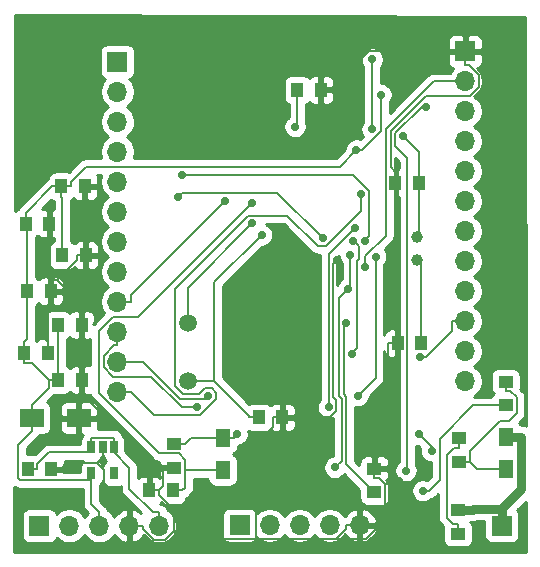
<source format=gbl>
G04 #@! TF.GenerationSoftware,KiCad,Pcbnew,5.1.6-c6e7f7d~87~ubuntu18.04.1*
G04 #@! TF.CreationDate,2020-08-15T23:02:31+05:30*
G04 #@! TF.ProjectId,stm32wb_Dev_v1,73746d33-3277-4625-9f44-65765f76312e,rev?*
G04 #@! TF.SameCoordinates,Original*
G04 #@! TF.FileFunction,Copper,L2,Bot*
G04 #@! TF.FilePolarity,Positive*
%FSLAX46Y46*%
G04 Gerber Fmt 4.6, Leading zero omitted, Abs format (unit mm)*
G04 Created by KiCad (PCBNEW 5.1.6-c6e7f7d~87~ubuntu18.04.1) date 2020-08-15 23:02:31*
%MOMM*%
%LPD*%
G01*
G04 APERTURE LIST*
G04 #@! TA.AperFunction,SMDPad,CuDef*
%ADD10R,2.000000X1.600000*%
G04 #@! TD*
G04 #@! TA.AperFunction,ComponentPad*
%ADD11R,1.700000X1.700000*%
G04 #@! TD*
G04 #@! TA.AperFunction,SMDPad,CuDef*
%ADD12R,1.000000X1.250000*%
G04 #@! TD*
G04 #@! TA.AperFunction,SMDPad,CuDef*
%ADD13R,1.250000X1.000000*%
G04 #@! TD*
G04 #@! TA.AperFunction,ComponentPad*
%ADD14O,1.700000X1.700000*%
G04 #@! TD*
G04 #@! TA.AperFunction,SMDPad,CuDef*
%ADD15R,1.300000X1.500000*%
G04 #@! TD*
G04 #@! TA.AperFunction,SMDPad,CuDef*
%ADD16R,0.650000X1.060000*%
G04 #@! TD*
G04 #@! TA.AperFunction,ComponentPad*
%ADD17C,1.000000*%
G04 #@! TD*
G04 #@! TA.AperFunction,ComponentPad*
%ADD18C,1.500000*%
G04 #@! TD*
G04 #@! TA.AperFunction,ViaPad*
%ADD19C,0.399000*%
G04 #@! TD*
G04 #@! TA.AperFunction,ViaPad*
%ADD20C,0.700000*%
G04 #@! TD*
G04 #@! TA.AperFunction,Conductor*
%ADD21C,0.800000*%
G04 #@! TD*
G04 #@! TA.AperFunction,Conductor*
%ADD22C,0.200000*%
G04 #@! TD*
G04 #@! TA.AperFunction,Conductor*
%ADD23C,0.254000*%
G04 #@! TD*
G04 APERTURE END LIST*
D10*
X85256600Y-83022400D03*
X89256600Y-83022400D03*
D11*
X125067000Y-92130900D03*
D12*
X86911200Y-87355700D03*
X84911200Y-87355700D03*
D13*
X114262000Y-87313300D03*
X114262000Y-89313300D03*
D12*
X106472000Y-82974200D03*
X104472000Y-82974200D03*
X87851700Y-69242900D03*
X89851700Y-69242900D03*
X116046000Y-63086000D03*
X118046000Y-63086000D03*
X116241000Y-76692800D03*
X118241000Y-76692800D03*
D13*
X121346000Y-90815900D03*
X121346000Y-92815900D03*
X121450000Y-86739500D03*
X121450000Y-84739500D03*
X125382000Y-81942900D03*
X125382000Y-79942900D03*
D12*
X109742000Y-55250100D03*
X107742000Y-55250100D03*
X86641900Y-77477600D03*
X84641900Y-77477600D03*
X89767900Y-63413600D03*
X87767900Y-63413600D03*
X87503800Y-79806800D03*
X89503800Y-79806800D03*
D13*
X97312500Y-85217800D03*
X97312500Y-87217800D03*
D12*
X95221000Y-89156500D03*
X97221000Y-89156500D03*
X84758000Y-66555600D03*
X86758000Y-66555600D03*
X86852000Y-72298600D03*
X84852000Y-72298600D03*
X89479100Y-75148400D03*
X87479100Y-75148400D03*
D11*
X85905300Y-92151200D03*
D14*
X88445300Y-92151200D03*
X90985300Y-92151200D03*
X93525300Y-92151200D03*
X96065300Y-92151200D03*
X113022000Y-92115600D03*
X110482000Y-92115600D03*
X107942000Y-92115600D03*
X105402000Y-92115600D03*
D11*
X102862000Y-92115600D03*
D14*
X92514400Y-80789800D03*
X92514400Y-78249800D03*
X92514400Y-75709800D03*
X92514400Y-73169800D03*
X92514400Y-70629800D03*
X92514400Y-68089800D03*
X92514400Y-65549800D03*
X92514400Y-63009800D03*
X92514400Y-60469800D03*
X92514400Y-57929800D03*
X92514400Y-55389800D03*
D11*
X92514400Y-52849800D03*
X121953000Y-51968400D03*
D14*
X121953000Y-54508400D03*
X121953000Y-57048400D03*
X121953000Y-59588400D03*
X121953000Y-62128400D03*
X121953000Y-64668400D03*
X121953000Y-67208400D03*
X121953000Y-69748400D03*
X121953000Y-72288400D03*
X121953000Y-74828400D03*
X121953000Y-77368400D03*
X121953000Y-79908400D03*
D15*
X125435000Y-84607400D03*
X125435000Y-87307400D03*
X101420000Y-87435700D03*
X101420000Y-84735700D03*
D16*
X90309700Y-87704000D03*
X92209700Y-87704000D03*
X92209700Y-85504000D03*
X91259700Y-85504000D03*
X90309700Y-85504000D03*
D17*
X117912000Y-69639300D03*
X117912000Y-67739300D03*
D18*
X98470700Y-79883300D03*
X98470700Y-74983300D03*
D19*
X117995700Y-87746840D03*
D20*
X116342160Y-88346280D03*
X111104800Y-69628400D03*
X89851700Y-66731400D03*
X111901700Y-74983300D03*
X103903300Y-66546100D03*
X104716500Y-67522900D03*
X116711900Y-59172300D03*
X118373540Y-89183447D03*
X107556000Y-58365000D03*
X119108220Y-85788500D03*
X118013480Y-84401660D03*
X102633400Y-84400100D03*
X103876800Y-64794100D03*
X113469500Y-68015400D03*
X98019700Y-62421100D03*
X114069100Y-58556000D03*
X114092500Y-52637200D03*
X118645000Y-56652600D03*
X116949600Y-87493600D03*
X101617900Y-64655100D03*
X118130400Y-77890300D03*
X113491300Y-70278700D03*
X109886000Y-67781700D03*
X97623900Y-64280900D03*
X112357700Y-77595900D03*
X112497000Y-67998800D03*
X112660900Y-66895700D03*
X110391500Y-82100100D03*
X99244300Y-82100100D03*
X114373000Y-69362600D03*
X112873000Y-81140700D03*
X100198100Y-81140700D03*
X113155000Y-64091900D03*
X112022400Y-72130000D03*
X114828000Y-55638100D03*
X112246700Y-69202500D03*
X110926400Y-87198200D03*
X112741600Y-60337300D03*
D21*
X121346000Y-90815900D02*
X122571300Y-90815900D01*
X125067000Y-90724900D02*
X125067000Y-90680600D01*
X125067000Y-92130900D02*
X125067000Y-90724900D01*
X122571300Y-90815900D02*
X122662300Y-90724900D01*
X122662300Y-90724900D02*
X125067000Y-90724900D01*
X125435000Y-84607400D02*
X126685300Y-84607400D01*
X126685300Y-84607400D02*
X126685300Y-89062300D01*
X126685300Y-89062300D02*
X125067000Y-90680600D01*
D22*
X106472000Y-82974200D02*
X110478000Y-82974200D01*
X110478000Y-82974200D02*
X111043600Y-82408600D01*
X111043600Y-82408600D02*
X111043600Y-81491900D01*
X111043600Y-81491900D02*
X110791900Y-81240200D01*
X110791900Y-81240200D02*
X110791900Y-69941300D01*
X110791900Y-69941300D02*
X111104800Y-69628400D01*
X106071900Y-82974200D02*
X106472000Y-82974200D01*
X106071900Y-82974200D02*
X105671700Y-82974200D01*
X116046000Y-63086000D02*
X116046000Y-62160700D01*
X121953000Y-53118700D02*
X122240600Y-53118700D01*
X122240600Y-53118700D02*
X123122900Y-54001000D01*
X123122900Y-54001000D02*
X123122900Y-55003400D01*
X123122900Y-55003400D02*
X122347900Y-55778400D01*
X122347900Y-55778400D02*
X118599600Y-55778400D01*
X118599600Y-55778400D02*
X115645700Y-58732300D01*
X115645700Y-58732300D02*
X115645700Y-61760400D01*
X115645700Y-61760400D02*
X116046000Y-62160700D01*
X104221200Y-93278500D02*
X104221200Y-85225000D01*
X104221200Y-85225000D02*
X105671700Y-83774500D01*
X105671700Y-83774500D02*
X105671700Y-82974200D01*
X116046000Y-64011300D02*
X116046000Y-75572500D01*
X116046000Y-75572500D02*
X116241000Y-75767500D01*
X104221200Y-93278500D02*
X110996400Y-93278500D01*
X97285300Y-92575300D02*
X97988500Y-93278500D01*
X97988500Y-93278500D02*
X104221200Y-93278500D01*
X110996400Y-93278500D02*
X113530600Y-93278500D01*
X113530600Y-93278500D02*
X115187400Y-91621700D01*
X115187400Y-91621700D02*
X115187400Y-88638900D01*
X115187400Y-88638900D02*
X114662100Y-88113600D01*
X114662100Y-88113600D02*
X114262000Y-88113600D01*
X111871700Y-92115600D02*
X111871700Y-92403200D01*
X111871700Y-92403200D02*
X110996400Y-93278500D01*
X97285300Y-92575300D02*
X96538600Y-93322000D01*
X96538600Y-93322000D02*
X95608000Y-93322000D01*
X95608000Y-93322000D02*
X94675600Y-92389600D01*
X94675600Y-92389600D02*
X94675600Y-92151200D01*
X96021300Y-89156500D02*
X96021300Y-89561100D01*
X96021300Y-89561100D02*
X97285300Y-90825100D01*
X97285300Y-90825100D02*
X97285300Y-92575300D01*
X113022000Y-92115600D02*
X111871700Y-92115600D01*
X89503800Y-81674900D02*
X89256600Y-81922100D01*
X89503800Y-79806800D02*
X89503800Y-81674900D01*
X89503800Y-81674900D02*
X90204400Y-81674900D01*
X90204400Y-81674900D02*
X95221000Y-86691500D01*
X95221000Y-86691500D02*
X95221000Y-89156500D01*
X121953000Y-51968400D02*
X121953000Y-53118700D01*
X121953000Y-51968400D02*
X113824000Y-51968400D01*
X113824000Y-51968400D02*
X110542300Y-55250100D01*
X114262000Y-87313300D02*
X114262000Y-88113600D01*
X89851700Y-66731400D02*
X89851700Y-69242900D01*
X89767900Y-64338900D02*
X89767900Y-66647600D01*
X89767900Y-66647600D02*
X89851700Y-66731400D01*
X116046000Y-63086000D02*
X116046000Y-64011300D01*
X93525300Y-92151200D02*
X94675600Y-92151200D01*
X90778400Y-86873000D02*
X91259700Y-86391700D01*
X91259700Y-86391700D02*
X91259700Y-85504000D01*
X90778400Y-86873000D02*
X88194200Y-86873000D01*
X88194200Y-86873000D02*
X87711500Y-87355700D01*
X93525300Y-91000900D02*
X91347600Y-88823200D01*
X91347600Y-88823200D02*
X91347600Y-87442200D01*
X91347600Y-87442200D02*
X90778400Y-86873000D01*
X116241000Y-76692800D02*
X116241000Y-75767500D01*
X86852000Y-72298600D02*
X86852000Y-73223900D01*
X86641900Y-77477600D02*
X86641900Y-73434000D01*
X86641900Y-73434000D02*
X86852000Y-73223900D01*
X89767900Y-63413600D02*
X89767900Y-64338900D01*
X95221000Y-89156500D02*
X96021300Y-89156500D01*
X87397800Y-71296600D02*
X86852000Y-71296600D01*
X89051400Y-69242900D02*
X89051400Y-69643000D01*
X89051400Y-69643000D02*
X87397800Y-71296600D01*
X87397800Y-71296600D02*
X89479100Y-73377900D01*
X89479100Y-73377900D02*
X89479100Y-75148400D01*
X89479100Y-75148400D02*
X89479100Y-76073700D01*
X89479100Y-76073700D02*
X89503800Y-76098400D01*
X89503800Y-76098400D02*
X89503800Y-79806800D01*
X89851700Y-69242900D02*
X89051400Y-69242900D01*
X86852000Y-71296600D02*
X86758000Y-71202600D01*
X86758000Y-71202600D02*
X86758000Y-66555600D01*
X86852000Y-71296600D02*
X86852000Y-71373300D01*
X114262000Y-87313300D02*
X114262000Y-86513000D01*
X116241000Y-76692800D02*
X115440700Y-76692800D01*
X115440700Y-76692800D02*
X115440700Y-85334300D01*
X115440700Y-85334300D02*
X114262000Y-86513000D01*
X89256600Y-83022400D02*
X89256600Y-81922100D01*
X97312500Y-87217800D02*
X96387200Y-87217800D01*
X96387200Y-87217800D02*
X96387200Y-88790600D01*
X96387200Y-88790600D02*
X96021300Y-89156500D01*
X86852000Y-72298600D02*
X86852000Y-71373300D01*
X86911200Y-87355700D02*
X87711500Y-87355700D01*
X93525300Y-92151200D02*
X93525300Y-91000900D01*
X109742000Y-55250100D02*
X110542300Y-55250100D01*
X116049540Y-88638900D02*
X116342160Y-88346280D01*
X115187400Y-88638900D02*
X116049540Y-88638900D01*
X90309700Y-85504000D02*
X90309700Y-84673700D01*
X92209700Y-85504000D02*
X92209700Y-84673700D01*
X92209700Y-84673700D02*
X90309700Y-84673700D01*
X92209700Y-85614300D02*
X92209700Y-85504000D01*
X92209700Y-85614300D02*
X92209700Y-85919100D01*
X90309700Y-85711500D02*
X90309700Y-85504000D01*
X90309700Y-85711500D02*
X90309700Y-85919100D01*
X92209700Y-85919100D02*
X93519100Y-87228500D01*
X93519100Y-87228500D02*
X93519100Y-89018100D01*
X93519100Y-89018100D02*
X95501900Y-91000900D01*
X95501900Y-91000900D02*
X96065300Y-91000900D01*
X84911200Y-87355700D02*
X85711500Y-87355700D01*
X90309700Y-85919100D02*
X86747900Y-85919100D01*
X86747900Y-85919100D02*
X85711500Y-86955500D01*
X85711500Y-86955500D02*
X85711500Y-87355700D01*
X96065300Y-92151200D02*
X96065300Y-91000900D01*
X98470700Y-74983300D02*
X98470700Y-71978700D01*
X98470700Y-71978700D02*
X103903300Y-66546100D01*
X114262000Y-89313300D02*
X111898000Y-86949300D01*
X111898000Y-86949300D02*
X111898000Y-81214100D01*
X111898000Y-81214100D02*
X111682900Y-80999000D01*
X111682900Y-80999000D02*
X111682900Y-75202100D01*
X111682900Y-75202100D02*
X111901700Y-74983300D01*
X100712100Y-79883300D02*
X98470700Y-79883300D01*
X103671700Y-82974200D02*
X103671700Y-82842900D01*
X103671700Y-82842900D02*
X100712100Y-79883300D01*
X100712100Y-79883300D02*
X100712100Y-71527300D01*
X100712100Y-71527300D02*
X104716500Y-67522900D01*
X104472000Y-82974200D02*
X103671700Y-82974200D01*
X118046000Y-63086000D02*
X118046000Y-60506400D01*
X118046000Y-60506400D02*
X116711900Y-59172300D01*
X117912000Y-67739300D02*
X118046000Y-67605300D01*
X118046000Y-67605300D02*
X118046000Y-63086000D01*
X118241000Y-76692800D02*
X118241000Y-69968300D01*
X118241000Y-69968300D02*
X117912000Y-69639300D01*
X121346000Y-92815900D02*
X121346000Y-92015600D01*
X121450000Y-84739500D02*
X121450000Y-85539800D01*
X121450000Y-85539800D02*
X121049800Y-85539800D01*
X121049800Y-85539800D02*
X120420700Y-86168900D01*
X120420700Y-86168900D02*
X120420700Y-91490400D01*
X120420700Y-91490400D02*
X120945900Y-92015600D01*
X120945900Y-92015600D02*
X121346000Y-92015600D01*
X125382000Y-79942900D02*
X125382000Y-80743200D01*
X125382000Y-80743200D02*
X125782100Y-80743200D01*
X125782100Y-80743200D02*
X126307400Y-81268500D01*
X126307400Y-81268500D02*
X126307400Y-82606900D01*
X126307400Y-82606900D02*
X125639900Y-83274400D01*
X125639900Y-83274400D02*
X124917800Y-83274400D01*
X124917800Y-83274400D02*
X122375300Y-85816900D01*
X122375300Y-85816900D02*
X122375300Y-86739500D01*
X125435000Y-87307400D02*
X122943200Y-87307400D01*
X122943200Y-87307400D02*
X122375300Y-86739500D01*
X121450000Y-86739500D02*
X122375300Y-86739500D01*
X125382000Y-81942900D02*
X122656100Y-81942900D01*
X119798830Y-84800170D02*
X119798830Y-88288130D01*
X122656100Y-81942900D02*
X119798830Y-84800170D01*
X118903513Y-89183447D02*
X118373540Y-89183447D01*
X119798830Y-88288130D02*
X118903513Y-89183447D01*
X107742000Y-55250100D02*
X107742000Y-58179000D01*
X107742000Y-58179000D02*
X107556000Y-58365000D01*
X98237800Y-85217800D02*
X98719900Y-84735700D01*
X98719900Y-84735700D02*
X101420000Y-84735700D01*
X97312500Y-85217800D02*
X98237800Y-85217800D01*
X102633400Y-84400100D02*
X102370300Y-84663200D01*
X101420000Y-84735700D02*
X102370300Y-84735700D01*
X102370300Y-84663200D02*
X102370300Y-84735700D01*
X119108220Y-85496400D02*
X118013480Y-84401660D01*
X119108220Y-85788500D02*
X119108220Y-85496400D01*
X98237900Y-87435700D02*
X98237900Y-86559000D01*
X98237900Y-86559000D02*
X97697100Y-86018200D01*
X97697100Y-86018200D02*
X96074400Y-86018200D01*
X96074400Y-86018200D02*
X90926900Y-80870700D01*
X90926900Y-80870700D02*
X90926900Y-75627500D01*
X90926900Y-75627500D02*
X92114600Y-74439800D01*
X92114600Y-74439800D02*
X94231100Y-74439800D01*
X94231100Y-74439800D02*
X103876800Y-64794100D01*
X98021300Y-89156500D02*
X98237900Y-88939900D01*
X98237900Y-88939900D02*
X98237900Y-87435700D01*
X100469700Y-87435700D02*
X98237900Y-87435700D01*
X100944900Y-87435700D02*
X101420000Y-87435700D01*
X97221000Y-89156500D02*
X98021300Y-89156500D01*
X100944900Y-87435700D02*
X100469700Y-87435700D01*
X113469500Y-68015400D02*
X113851100Y-67633800D01*
X113851100Y-67633800D02*
X113851100Y-63801300D01*
X113851100Y-63801300D02*
X112470900Y-62421100D01*
X112470900Y-62421100D02*
X98019700Y-62421100D01*
X114069100Y-58556000D02*
X114069100Y-52660600D01*
X114069100Y-52660600D02*
X114092500Y-52637200D01*
X116949600Y-87493600D02*
X117048400Y-87394800D01*
X117048400Y-87394800D02*
X117048400Y-61011800D01*
X117048400Y-61011800D02*
X116046000Y-60009400D01*
X116046000Y-60009400D02*
X116046000Y-58913100D01*
X116046000Y-58913100D02*
X118306500Y-56652600D01*
X118306500Y-56652600D02*
X118645000Y-56652600D01*
X93664700Y-73169800D02*
X93664700Y-72608300D01*
X93664700Y-72608300D02*
X101617900Y-64655100D01*
X92514400Y-73169800D02*
X93664700Y-73169800D01*
X121953000Y-74828400D02*
X120802700Y-74828400D01*
X120802700Y-74828400D02*
X120802700Y-75693400D01*
X120802700Y-75693400D02*
X118605800Y-77890300D01*
X118605800Y-77890300D02*
X118130400Y-77890300D01*
X121953000Y-54508400D02*
X119303500Y-54508400D01*
X119303500Y-54508400D02*
X115245400Y-58566500D01*
X115245400Y-58566500D02*
X115245400Y-67570600D01*
X115245400Y-67570600D02*
X113491300Y-69324700D01*
X113491300Y-69324700D02*
X113491300Y-70278700D01*
X97623900Y-64280900D02*
X97949000Y-63955800D01*
X97949000Y-63955800D02*
X106060100Y-63955800D01*
X106060100Y-63955800D02*
X109886000Y-67781700D01*
X112828900Y-77124700D02*
X112828900Y-69720600D01*
X112953200Y-69596300D02*
X112953200Y-68455000D01*
X112357700Y-77595900D02*
X112828900Y-77124700D01*
X112828900Y-69720600D02*
X112953200Y-69596300D01*
X112953200Y-68455000D02*
X112497000Y-67998800D01*
X110391500Y-82100100D02*
X110391500Y-69165100D01*
X110391500Y-69165100D02*
X112660900Y-66895700D01*
X92514400Y-76860100D02*
X92226800Y-76860100D01*
X92226800Y-76860100D02*
X91344200Y-77742700D01*
X91344200Y-77742700D02*
X91344200Y-78734300D01*
X91344200Y-78734300D02*
X92129700Y-79519800D01*
X92129700Y-79519800D02*
X95392200Y-79519800D01*
X95392200Y-79519800D02*
X97972500Y-82100100D01*
X97972500Y-82100100D02*
X99244300Y-82100100D01*
X92514400Y-75709800D02*
X92514400Y-76860100D01*
X92514400Y-78249800D02*
X94688300Y-78249800D01*
X94688300Y-78249800D02*
X97829400Y-81390900D01*
X97829400Y-81390900D02*
X99947900Y-81390900D01*
X99947900Y-81390900D02*
X100198100Y-81140700D01*
X114373000Y-69362600D02*
X114373000Y-79640700D01*
X114373000Y-79640700D02*
X112873000Y-81140700D01*
X92514400Y-80789800D02*
X93664700Y-80789800D01*
X93664700Y-80789800D02*
X95632300Y-82757400D01*
X95632300Y-82757400D02*
X99541100Y-82757400D01*
X99541100Y-82757400D02*
X100881700Y-81416800D01*
X100881700Y-81416800D02*
X100881700Y-80888400D01*
X100881700Y-80888400D02*
X100483600Y-80490300D01*
X100483600Y-80490300D02*
X99889100Y-80490300D01*
X99889100Y-80490300D02*
X99401300Y-80978100D01*
X99401300Y-80978100D02*
X98053500Y-80978100D01*
X98053500Y-80978100D02*
X97402600Y-80327200D01*
X97402600Y-80327200D02*
X97402600Y-72065900D01*
X97402600Y-72065900D02*
X103583500Y-65885000D01*
X103583500Y-65885000D02*
X106902800Y-65885000D01*
X106902800Y-65885000D02*
X109461500Y-68443700D01*
X109461500Y-68443700D02*
X110175400Y-68443700D01*
X110175400Y-68443700D02*
X113155000Y-65464100D01*
X113155000Y-65464100D02*
X113155000Y-64091900D01*
X110926400Y-87198200D02*
X111497700Y-86626900D01*
X111497700Y-86626900D02*
X111497700Y-81379900D01*
X111497700Y-81379900D02*
X111248400Y-81130600D01*
X111248400Y-81130600D02*
X111248400Y-72904000D01*
X111248400Y-72904000D02*
X112022400Y-72130000D01*
X112246700Y-69202500D02*
X112246700Y-71905700D01*
X112246700Y-71905700D02*
X112022400Y-72130000D01*
X112741600Y-60337300D02*
X113207500Y-60337300D01*
X113207500Y-60337300D02*
X114828000Y-58716800D01*
X114828000Y-58716800D02*
X114828000Y-55638100D01*
X112741600Y-60337300D02*
X111339100Y-61739800D01*
X111339100Y-61739800D02*
X89841900Y-61739800D01*
X89841900Y-61739800D02*
X88568200Y-63013500D01*
X88568200Y-63013500D02*
X88568200Y-63413600D01*
X87767900Y-63413600D02*
X88568200Y-63413600D01*
X87767900Y-63876200D02*
X87767900Y-63413600D01*
X90309700Y-88288300D02*
X84278400Y-88288300D01*
X84278400Y-88288300D02*
X84110800Y-88120700D01*
X84110800Y-88120700D02*
X84110800Y-85268500D01*
X84110800Y-85268500D02*
X85256600Y-84122700D01*
X87767900Y-63876200D02*
X87767900Y-64338900D01*
X84641900Y-77477600D02*
X84641900Y-78402900D01*
X84641900Y-78402900D02*
X85299600Y-78402900D01*
X85299600Y-78402900D02*
X86703500Y-79806800D01*
X84641900Y-77115000D02*
X84641900Y-77477600D01*
X84641900Y-77115000D02*
X84641900Y-76552300D01*
X84758000Y-66092900D02*
X84852000Y-66186900D01*
X84852000Y-66186900D02*
X84852000Y-72298600D01*
X84758000Y-66092900D02*
X84758000Y-65630300D01*
X84758000Y-66555600D02*
X84758000Y-66092900D01*
X84852000Y-72298600D02*
X84852000Y-76342200D01*
X84852000Y-76342200D02*
X84641900Y-76552300D01*
X87503800Y-79806800D02*
X87503800Y-78881500D01*
X87479100Y-75148400D02*
X87479100Y-78856800D01*
X87479100Y-78856800D02*
X87503800Y-78881500D01*
X87851700Y-69242900D02*
X87851700Y-64422700D01*
X87851700Y-64422700D02*
X87767900Y-64338900D01*
X85256600Y-83022400D02*
X85256600Y-81922100D01*
X87503800Y-79806800D02*
X86703500Y-79806800D01*
X86703500Y-79806800D02*
X86703500Y-80475200D01*
X86703500Y-80475200D02*
X85256600Y-81922100D01*
X87767900Y-63413600D02*
X86967600Y-63413600D01*
X84758000Y-65630300D02*
X86967600Y-63420700D01*
X86967600Y-63420700D02*
X86967600Y-63413600D01*
X90309700Y-88288300D02*
X90309700Y-90325300D01*
X90309700Y-90325300D02*
X90985300Y-91000900D01*
X90309700Y-87704000D02*
X90309700Y-88288300D01*
X85256600Y-83022400D02*
X85256600Y-84122700D01*
X90985300Y-92151200D02*
X90985300Y-91000900D01*
D23*
G36*
X116313401Y-61316248D02*
G01*
X116313401Y-61844349D01*
X116173000Y-61984750D01*
X116173000Y-62959000D01*
X116193000Y-62959000D01*
X116193000Y-63213000D01*
X116173000Y-63213000D01*
X116173000Y-64187250D01*
X116313401Y-64327651D01*
X116313400Y-86736800D01*
X116184501Y-86865699D01*
X116076704Y-87027028D01*
X116002453Y-87206286D01*
X115964600Y-87396586D01*
X115964600Y-87590614D01*
X116002453Y-87780914D01*
X116076704Y-87960172D01*
X116184501Y-88121501D01*
X116321699Y-88258699D01*
X116483028Y-88366496D01*
X116662286Y-88440747D01*
X116852586Y-88478600D01*
X117046614Y-88478600D01*
X117236914Y-88440747D01*
X117416172Y-88366496D01*
X117577501Y-88258699D01*
X117714699Y-88121501D01*
X117822496Y-87960172D01*
X117896747Y-87780914D01*
X117934600Y-87590614D01*
X117934600Y-87396586D01*
X117896747Y-87206286D01*
X117822496Y-87027028D01*
X117783400Y-86968517D01*
X117783400Y-85360192D01*
X117916466Y-85386660D01*
X117959034Y-85386660D01*
X118146554Y-85574180D01*
X118123220Y-85691486D01*
X118123220Y-85885514D01*
X118161073Y-86075814D01*
X118235324Y-86255072D01*
X118343121Y-86416401D01*
X118480319Y-86553599D01*
X118641648Y-86661396D01*
X118820906Y-86735647D01*
X119011206Y-86773500D01*
X119063831Y-86773500D01*
X119063831Y-87983682D01*
X118767174Y-88280339D01*
X118660854Y-88236300D01*
X118470554Y-88198447D01*
X118276526Y-88198447D01*
X118086226Y-88236300D01*
X117906968Y-88310551D01*
X117745639Y-88418348D01*
X117608441Y-88555546D01*
X117500644Y-88716875D01*
X117426393Y-88896133D01*
X117388540Y-89086433D01*
X117388540Y-89280461D01*
X117426393Y-89470761D01*
X117500644Y-89650019D01*
X117608441Y-89811348D01*
X117745639Y-89948546D01*
X117906968Y-90056343D01*
X118086226Y-90130594D01*
X118276526Y-90168447D01*
X118470554Y-90168447D01*
X118660854Y-90130594D01*
X118840112Y-90056343D01*
X119001441Y-89948546D01*
X119041583Y-89908404D01*
X119047598Y-89907812D01*
X119186146Y-89865784D01*
X119313833Y-89797534D01*
X119425751Y-89705685D01*
X119448771Y-89677635D01*
X119685701Y-89440706D01*
X119685701Y-91454285D01*
X119682144Y-91490400D01*
X119696335Y-91634485D01*
X119729837Y-91744924D01*
X119738364Y-91773033D01*
X119806614Y-91900720D01*
X119898463Y-92012638D01*
X119926508Y-92035654D01*
X120094030Y-92203176D01*
X120082928Y-92315900D01*
X120082928Y-93315900D01*
X120095188Y-93440382D01*
X120131498Y-93560080D01*
X120190463Y-93670394D01*
X120269815Y-93767085D01*
X120366506Y-93846437D01*
X120476820Y-93905402D01*
X120596518Y-93941712D01*
X120721000Y-93953972D01*
X121971000Y-93953972D01*
X122095482Y-93941712D01*
X122215180Y-93905402D01*
X122325494Y-93846437D01*
X122422185Y-93767085D01*
X122501537Y-93670394D01*
X122560502Y-93560080D01*
X122596812Y-93440382D01*
X122609072Y-93315900D01*
X122609072Y-92315900D01*
X122596812Y-92191418D01*
X122560502Y-92071720D01*
X122501537Y-91961406D01*
X122422185Y-91864715D01*
X122405351Y-91850900D01*
X122520472Y-91850900D01*
X122571300Y-91855906D01*
X122622128Y-91850900D01*
X122622138Y-91850900D01*
X122774195Y-91835924D01*
X122969293Y-91776741D01*
X123000800Y-91759900D01*
X123578928Y-91759900D01*
X123578928Y-92980900D01*
X123591188Y-93105382D01*
X123627498Y-93225080D01*
X123686463Y-93335394D01*
X123765815Y-93432085D01*
X123862506Y-93511437D01*
X123972820Y-93570402D01*
X124092518Y-93606712D01*
X124217000Y-93618972D01*
X125917000Y-93618972D01*
X126041482Y-93606712D01*
X126161180Y-93570402D01*
X126271494Y-93511437D01*
X126368185Y-93432085D01*
X126447537Y-93335394D01*
X126506502Y-93225080D01*
X126542812Y-93105382D01*
X126555072Y-92980900D01*
X126555072Y-91280900D01*
X126542812Y-91156418D01*
X126506502Y-91036720D01*
X126447537Y-90926406D01*
X126374230Y-90837081D01*
X127116299Y-90095012D01*
X127121757Y-94348352D01*
X83789690Y-94366028D01*
X83797051Y-88844095D01*
X83868080Y-88902387D01*
X83995767Y-88970637D01*
X84134315Y-89012665D01*
X84242295Y-89023300D01*
X84242304Y-89023300D01*
X84278399Y-89026855D01*
X84314494Y-89023300D01*
X89574700Y-89023300D01*
X89574701Y-90289185D01*
X89571144Y-90325300D01*
X89585335Y-90469385D01*
X89601298Y-90522006D01*
X89627364Y-90607933D01*
X89695614Y-90735620D01*
X89787463Y-90847538D01*
X89815508Y-90870554D01*
X89990673Y-91045720D01*
X89831825Y-91204568D01*
X89715300Y-91378960D01*
X89598775Y-91204568D01*
X89391932Y-90997725D01*
X89148711Y-90835210D01*
X88878458Y-90723268D01*
X88591560Y-90666200D01*
X88299040Y-90666200D01*
X88012142Y-90723268D01*
X87741889Y-90835210D01*
X87498668Y-90997725D01*
X87366813Y-91129580D01*
X87344802Y-91057020D01*
X87285837Y-90946706D01*
X87206485Y-90850015D01*
X87109794Y-90770663D01*
X86999480Y-90711698D01*
X86879782Y-90675388D01*
X86755300Y-90663128D01*
X85055300Y-90663128D01*
X84930818Y-90675388D01*
X84811120Y-90711698D01*
X84700806Y-90770663D01*
X84604115Y-90850015D01*
X84524763Y-90946706D01*
X84465798Y-91057020D01*
X84429488Y-91176718D01*
X84417228Y-91301200D01*
X84417228Y-93001200D01*
X84429488Y-93125682D01*
X84465798Y-93245380D01*
X84524763Y-93355694D01*
X84604115Y-93452385D01*
X84700806Y-93531737D01*
X84811120Y-93590702D01*
X84930818Y-93627012D01*
X85055300Y-93639272D01*
X86755300Y-93639272D01*
X86879782Y-93627012D01*
X86999480Y-93590702D01*
X87109794Y-93531737D01*
X87206485Y-93452385D01*
X87285837Y-93355694D01*
X87344802Y-93245380D01*
X87366813Y-93172820D01*
X87498668Y-93304675D01*
X87741889Y-93467190D01*
X88012142Y-93579132D01*
X88299040Y-93636200D01*
X88591560Y-93636200D01*
X88878458Y-93579132D01*
X89148711Y-93467190D01*
X89391932Y-93304675D01*
X89598775Y-93097832D01*
X89715300Y-92923440D01*
X89831825Y-93097832D01*
X90038668Y-93304675D01*
X90281889Y-93467190D01*
X90552142Y-93579132D01*
X90839040Y-93636200D01*
X91131560Y-93636200D01*
X91418458Y-93579132D01*
X91688711Y-93467190D01*
X91931932Y-93304675D01*
X92138775Y-93097832D01*
X92260495Y-92915666D01*
X92330122Y-93032555D01*
X92525031Y-93248788D01*
X92758380Y-93422841D01*
X93021201Y-93548025D01*
X93168410Y-93592676D01*
X93398300Y-93471355D01*
X93398300Y-92278200D01*
X93378300Y-92278200D01*
X93378300Y-92024200D01*
X93398300Y-92024200D01*
X93398300Y-90831045D01*
X93168410Y-90709724D01*
X93021201Y-90754375D01*
X92758380Y-90879559D01*
X92525031Y-91053612D01*
X92330122Y-91269845D01*
X92260495Y-91386734D01*
X92138775Y-91204568D01*
X91931932Y-90997725D01*
X91706772Y-90847278D01*
X91667637Y-90718266D01*
X91599387Y-90590580D01*
X91507538Y-90478662D01*
X91479493Y-90455646D01*
X91044700Y-90020854D01*
X91044700Y-88718985D01*
X91085885Y-88685185D01*
X91165237Y-88588494D01*
X91224202Y-88478180D01*
X91259700Y-88361159D01*
X91295198Y-88478180D01*
X91354163Y-88588494D01*
X91433515Y-88685185D01*
X91530206Y-88764537D01*
X91640520Y-88823502D01*
X91760218Y-88859812D01*
X91884700Y-88872072D01*
X92534700Y-88872072D01*
X92659182Y-88859812D01*
X92778880Y-88823502D01*
X92784101Y-88820711D01*
X92784101Y-88981985D01*
X92780544Y-89018100D01*
X92794735Y-89162185D01*
X92831536Y-89283500D01*
X92836764Y-89300733D01*
X92905014Y-89428420D01*
X92996863Y-89540338D01*
X93024908Y-89563354D01*
X94484627Y-91023074D01*
X94292220Y-90879559D01*
X94029399Y-90754375D01*
X93882190Y-90709724D01*
X93652300Y-90831045D01*
X93652300Y-92024200D01*
X93672300Y-92024200D01*
X93672300Y-92278200D01*
X93652300Y-92278200D01*
X93652300Y-93471355D01*
X93882190Y-93592676D01*
X94029399Y-93548025D01*
X94292220Y-93422841D01*
X94525569Y-93248788D01*
X94720478Y-93032555D01*
X94790105Y-92915666D01*
X94911825Y-93097832D01*
X95118668Y-93304675D01*
X95361889Y-93467190D01*
X95632142Y-93579132D01*
X95919040Y-93636200D01*
X96211560Y-93636200D01*
X96498458Y-93579132D01*
X96768711Y-93467190D01*
X97011932Y-93304675D01*
X97218775Y-93097832D01*
X97381290Y-92854611D01*
X97493232Y-92584358D01*
X97550300Y-92297460D01*
X97550300Y-92004940D01*
X97493232Y-91718042D01*
X97381290Y-91447789D01*
X97259556Y-91265600D01*
X101373928Y-91265600D01*
X101373928Y-92965600D01*
X101386188Y-93090082D01*
X101422498Y-93209780D01*
X101481463Y-93320094D01*
X101560815Y-93416785D01*
X101657506Y-93496137D01*
X101767820Y-93555102D01*
X101887518Y-93591412D01*
X102012000Y-93603672D01*
X103712000Y-93603672D01*
X103836482Y-93591412D01*
X103956180Y-93555102D01*
X104066494Y-93496137D01*
X104163185Y-93416785D01*
X104242537Y-93320094D01*
X104301502Y-93209780D01*
X104323513Y-93137220D01*
X104455368Y-93269075D01*
X104698589Y-93431590D01*
X104968842Y-93543532D01*
X105255740Y-93600600D01*
X105548260Y-93600600D01*
X105835158Y-93543532D01*
X106105411Y-93431590D01*
X106348632Y-93269075D01*
X106555475Y-93062232D01*
X106672000Y-92887840D01*
X106788525Y-93062232D01*
X106995368Y-93269075D01*
X107238589Y-93431590D01*
X107508842Y-93543532D01*
X107795740Y-93600600D01*
X108088260Y-93600600D01*
X108375158Y-93543532D01*
X108645411Y-93431590D01*
X108888632Y-93269075D01*
X109095475Y-93062232D01*
X109212000Y-92887840D01*
X109328525Y-93062232D01*
X109535368Y-93269075D01*
X109778589Y-93431590D01*
X110048842Y-93543532D01*
X110335740Y-93600600D01*
X110628260Y-93600600D01*
X110915158Y-93543532D01*
X111185411Y-93431590D01*
X111428632Y-93269075D01*
X111635475Y-93062232D01*
X111757195Y-92880066D01*
X111826822Y-92996955D01*
X112021731Y-93213188D01*
X112255080Y-93387241D01*
X112517901Y-93512425D01*
X112665110Y-93557076D01*
X112895000Y-93435755D01*
X112895000Y-92242600D01*
X113149000Y-92242600D01*
X113149000Y-93435755D01*
X113378890Y-93557076D01*
X113526099Y-93512425D01*
X113788920Y-93387241D01*
X114022269Y-93213188D01*
X114217178Y-92996955D01*
X114366157Y-92746852D01*
X114463481Y-92472491D01*
X114342814Y-92242600D01*
X113149000Y-92242600D01*
X112895000Y-92242600D01*
X112875000Y-92242600D01*
X112875000Y-91988600D01*
X112895000Y-91988600D01*
X112895000Y-90795445D01*
X113149000Y-90795445D01*
X113149000Y-91988600D01*
X114342814Y-91988600D01*
X114463481Y-91758709D01*
X114366157Y-91484348D01*
X114217178Y-91234245D01*
X114022269Y-91018012D01*
X113788920Y-90843959D01*
X113526099Y-90718775D01*
X113378890Y-90674124D01*
X113149000Y-90795445D01*
X112895000Y-90795445D01*
X112665110Y-90674124D01*
X112517901Y-90718775D01*
X112255080Y-90843959D01*
X112021731Y-91018012D01*
X111826822Y-91234245D01*
X111757195Y-91351134D01*
X111635475Y-91168968D01*
X111428632Y-90962125D01*
X111185411Y-90799610D01*
X110915158Y-90687668D01*
X110628260Y-90630600D01*
X110335740Y-90630600D01*
X110048842Y-90687668D01*
X109778589Y-90799610D01*
X109535368Y-90962125D01*
X109328525Y-91168968D01*
X109212000Y-91343360D01*
X109095475Y-91168968D01*
X108888632Y-90962125D01*
X108645411Y-90799610D01*
X108375158Y-90687668D01*
X108088260Y-90630600D01*
X107795740Y-90630600D01*
X107508842Y-90687668D01*
X107238589Y-90799610D01*
X106995368Y-90962125D01*
X106788525Y-91168968D01*
X106672000Y-91343360D01*
X106555475Y-91168968D01*
X106348632Y-90962125D01*
X106105411Y-90799610D01*
X105835158Y-90687668D01*
X105548260Y-90630600D01*
X105255740Y-90630600D01*
X104968842Y-90687668D01*
X104698589Y-90799610D01*
X104455368Y-90962125D01*
X104323513Y-91093980D01*
X104301502Y-91021420D01*
X104242537Y-90911106D01*
X104163185Y-90814415D01*
X104066494Y-90735063D01*
X103956180Y-90676098D01*
X103836482Y-90639788D01*
X103712000Y-90627528D01*
X102012000Y-90627528D01*
X101887518Y-90639788D01*
X101767820Y-90676098D01*
X101657506Y-90735063D01*
X101560815Y-90814415D01*
X101481463Y-90911106D01*
X101422498Y-91021420D01*
X101386188Y-91141118D01*
X101373928Y-91265600D01*
X97259556Y-91265600D01*
X97218775Y-91204568D01*
X97011932Y-90997725D01*
X96786772Y-90847278D01*
X96747637Y-90718267D01*
X96679387Y-90590580D01*
X96587538Y-90478662D01*
X96475620Y-90386813D01*
X96347933Y-90318563D01*
X96209385Y-90276535D01*
X96128465Y-90268565D01*
X96172185Y-90232685D01*
X96221000Y-90173204D01*
X96269815Y-90232685D01*
X96366506Y-90312037D01*
X96476820Y-90371002D01*
X96596518Y-90407312D01*
X96721000Y-90419572D01*
X97721000Y-90419572D01*
X97845482Y-90407312D01*
X97965180Y-90371002D01*
X98075494Y-90312037D01*
X98172185Y-90232685D01*
X98251537Y-90135994D01*
X98310502Y-90025680D01*
X98346812Y-89905982D01*
X98356175Y-89810913D01*
X98431620Y-89770587D01*
X98543538Y-89678738D01*
X98566559Y-89650687D01*
X98732092Y-89485154D01*
X98760137Y-89462138D01*
X98851987Y-89350220D01*
X98920237Y-89222533D01*
X98962265Y-89083985D01*
X98972900Y-88976005D01*
X98972900Y-88976004D01*
X98976456Y-88939900D01*
X98972900Y-88903795D01*
X98972900Y-88170700D01*
X100131928Y-88170700D01*
X100131928Y-88185700D01*
X100144188Y-88310182D01*
X100180498Y-88429880D01*
X100239463Y-88540194D01*
X100318815Y-88636885D01*
X100415506Y-88716237D01*
X100525820Y-88775202D01*
X100645518Y-88811512D01*
X100770000Y-88823772D01*
X102070000Y-88823772D01*
X102194482Y-88811512D01*
X102314180Y-88775202D01*
X102424494Y-88716237D01*
X102521185Y-88636885D01*
X102600537Y-88540194D01*
X102659502Y-88429880D01*
X102695812Y-88310182D01*
X102708072Y-88185700D01*
X102708072Y-86685700D01*
X102695812Y-86561218D01*
X102659502Y-86441520D01*
X102600537Y-86331206D01*
X102521185Y-86234515D01*
X102424494Y-86155163D01*
X102314180Y-86096198D01*
X102279573Y-86085700D01*
X102314180Y-86075202D01*
X102424494Y-86016237D01*
X102521185Y-85936885D01*
X102600537Y-85840194D01*
X102659502Y-85729880D01*
X102695812Y-85610182D01*
X102708072Y-85485700D01*
X102708072Y-85388565D01*
X102714554Y-85385100D01*
X102730414Y-85385100D01*
X102920714Y-85347247D01*
X103099972Y-85272996D01*
X103261301Y-85165199D01*
X103398499Y-85028001D01*
X103506296Y-84866672D01*
X103580547Y-84687414D01*
X103618400Y-84497114D01*
X103618400Y-84303086D01*
X103580547Y-84112786D01*
X103572150Y-84092515D01*
X103617506Y-84129737D01*
X103727820Y-84188702D01*
X103847518Y-84225012D01*
X103972000Y-84237272D01*
X104972000Y-84237272D01*
X105096482Y-84225012D01*
X105216180Y-84188702D01*
X105326494Y-84129737D01*
X105423185Y-84050385D01*
X105472000Y-83990904D01*
X105520815Y-84050385D01*
X105617506Y-84129737D01*
X105727820Y-84188702D01*
X105847518Y-84225012D01*
X105972000Y-84237272D01*
X106186250Y-84234200D01*
X106345000Y-84075450D01*
X106345000Y-83101200D01*
X106599000Y-83101200D01*
X106599000Y-84075450D01*
X106757750Y-84234200D01*
X106972000Y-84237272D01*
X107096482Y-84225012D01*
X107216180Y-84188702D01*
X107326494Y-84129737D01*
X107423185Y-84050385D01*
X107502537Y-83953694D01*
X107561502Y-83843380D01*
X107597812Y-83723682D01*
X107610072Y-83599200D01*
X107607000Y-83259950D01*
X107448250Y-83101200D01*
X106599000Y-83101200D01*
X106345000Y-83101200D01*
X106325000Y-83101200D01*
X106325000Y-82847200D01*
X106345000Y-82847200D01*
X106345000Y-81872950D01*
X106599000Y-81872950D01*
X106599000Y-82847200D01*
X107448250Y-82847200D01*
X107607000Y-82688450D01*
X107610072Y-82349200D01*
X107597812Y-82224718D01*
X107561502Y-82105020D01*
X107502537Y-81994706D01*
X107423185Y-81898015D01*
X107326494Y-81818663D01*
X107216180Y-81759698D01*
X107096482Y-81723388D01*
X106972000Y-81711128D01*
X106757750Y-81714200D01*
X106599000Y-81872950D01*
X106345000Y-81872950D01*
X106186250Y-81714200D01*
X105972000Y-81711128D01*
X105847518Y-81723388D01*
X105727820Y-81759698D01*
X105617506Y-81818663D01*
X105520815Y-81898015D01*
X105472000Y-81957496D01*
X105423185Y-81898015D01*
X105326494Y-81818663D01*
X105216180Y-81759698D01*
X105096482Y-81723388D01*
X104972000Y-81711128D01*
X103972000Y-81711128D01*
X103847518Y-81723388D01*
X103727820Y-81759698D01*
X103662734Y-81794488D01*
X101447100Y-79578854D01*
X101447100Y-71831746D01*
X104770947Y-68507900D01*
X104813514Y-68507900D01*
X105003814Y-68470047D01*
X105183072Y-68395796D01*
X105344401Y-68287999D01*
X105481599Y-68150801D01*
X105589396Y-67989472D01*
X105663647Y-67810214D01*
X105701500Y-67619914D01*
X105701500Y-67425886D01*
X105663647Y-67235586D01*
X105589396Y-67056328D01*
X105481599Y-66894999D01*
X105344401Y-66757801D01*
X105183072Y-66650004D01*
X105110636Y-66620000D01*
X106598354Y-66620000D01*
X108916246Y-68937893D01*
X108939262Y-68965938D01*
X109051180Y-69057787D01*
X109178867Y-69126037D01*
X109317415Y-69168065D01*
X109425395Y-69178700D01*
X109425404Y-69178700D01*
X109461499Y-69182255D01*
X109497594Y-69178700D01*
X109654283Y-69178700D01*
X109656501Y-69201215D01*
X109656500Y-81442100D01*
X109626401Y-81472199D01*
X109518604Y-81633528D01*
X109444353Y-81812786D01*
X109406500Y-82003086D01*
X109406500Y-82197114D01*
X109444353Y-82387414D01*
X109518604Y-82566672D01*
X109626401Y-82728001D01*
X109763599Y-82865199D01*
X109924928Y-82972996D01*
X110104186Y-83047247D01*
X110294486Y-83085100D01*
X110488514Y-83085100D01*
X110678814Y-83047247D01*
X110762701Y-83012500D01*
X110762700Y-86226465D01*
X110639086Y-86251053D01*
X110459828Y-86325304D01*
X110298499Y-86433101D01*
X110161301Y-86570299D01*
X110053504Y-86731628D01*
X109979253Y-86910886D01*
X109941400Y-87101186D01*
X109941400Y-87295214D01*
X109979253Y-87485514D01*
X110053504Y-87664772D01*
X110161301Y-87826101D01*
X110298499Y-87963299D01*
X110459828Y-88071096D01*
X110639086Y-88145347D01*
X110829386Y-88183200D01*
X111023414Y-88183200D01*
X111213714Y-88145347D01*
X111392972Y-88071096D01*
X111554301Y-87963299D01*
X111691499Y-87826101D01*
X111709065Y-87799811D01*
X112998928Y-89089675D01*
X112998928Y-89813300D01*
X113011188Y-89937782D01*
X113047498Y-90057480D01*
X113106463Y-90167794D01*
X113185815Y-90264485D01*
X113282506Y-90343837D01*
X113392820Y-90402802D01*
X113512518Y-90439112D01*
X113637000Y-90451372D01*
X114887000Y-90451372D01*
X115011482Y-90439112D01*
X115131180Y-90402802D01*
X115241494Y-90343837D01*
X115338185Y-90264485D01*
X115417537Y-90167794D01*
X115476502Y-90057480D01*
X115512812Y-89937782D01*
X115525072Y-89813300D01*
X115525072Y-88813300D01*
X115512812Y-88688818D01*
X115476502Y-88569120D01*
X115417537Y-88458806D01*
X115338185Y-88362115D01*
X115278704Y-88313300D01*
X115338185Y-88264485D01*
X115417537Y-88167794D01*
X115476502Y-88057480D01*
X115512812Y-87937782D01*
X115525072Y-87813300D01*
X115522000Y-87599050D01*
X115363250Y-87440300D01*
X114389000Y-87440300D01*
X114389000Y-87460300D01*
X114135000Y-87460300D01*
X114135000Y-87440300D01*
X114115000Y-87440300D01*
X114115000Y-87186300D01*
X114135000Y-87186300D01*
X114135000Y-86337050D01*
X114389000Y-86337050D01*
X114389000Y-87186300D01*
X115363250Y-87186300D01*
X115522000Y-87027550D01*
X115525072Y-86813300D01*
X115512812Y-86688818D01*
X115476502Y-86569120D01*
X115417537Y-86458806D01*
X115338185Y-86362115D01*
X115241494Y-86282763D01*
X115131180Y-86223798D01*
X115011482Y-86187488D01*
X114887000Y-86175228D01*
X114547750Y-86178300D01*
X114389000Y-86337050D01*
X114135000Y-86337050D01*
X113976250Y-86178300D01*
X113637000Y-86175228D01*
X113512518Y-86187488D01*
X113392820Y-86223798D01*
X113282506Y-86282763D01*
X113185815Y-86362115D01*
X113106463Y-86458806D01*
X113047498Y-86569120D01*
X113011188Y-86688818D01*
X112998928Y-86813300D01*
X113001801Y-87013655D01*
X112633000Y-86644854D01*
X112633000Y-82097258D01*
X112775986Y-82125700D01*
X112970014Y-82125700D01*
X113160314Y-82087847D01*
X113339572Y-82013596D01*
X113500901Y-81905799D01*
X113638099Y-81768601D01*
X113745896Y-81607272D01*
X113820147Y-81428014D01*
X113858000Y-81237714D01*
X113858000Y-81195146D01*
X114867193Y-80185954D01*
X114895238Y-80162938D01*
X114987087Y-80051020D01*
X115055337Y-79923333D01*
X115097365Y-79784785D01*
X115108000Y-79676805D01*
X115108000Y-79676796D01*
X115111555Y-79640701D01*
X115108000Y-79604606D01*
X115108000Y-77369299D01*
X115115188Y-77442282D01*
X115151498Y-77561980D01*
X115210463Y-77672294D01*
X115289815Y-77768985D01*
X115386506Y-77848337D01*
X115496820Y-77907302D01*
X115616518Y-77943612D01*
X115741000Y-77955872D01*
X115955250Y-77952800D01*
X116114000Y-77794050D01*
X116114000Y-76819800D01*
X116094000Y-76819800D01*
X116094000Y-76565800D01*
X116114000Y-76565800D01*
X116114000Y-75591550D01*
X115955250Y-75432800D01*
X115741000Y-75429728D01*
X115616518Y-75441988D01*
X115496820Y-75478298D01*
X115386506Y-75537263D01*
X115289815Y-75616615D01*
X115210463Y-75713306D01*
X115151498Y-75823620D01*
X115115188Y-75943318D01*
X115108000Y-76016301D01*
X115108000Y-70020600D01*
X115138099Y-69990501D01*
X115245896Y-69829172D01*
X115320147Y-69649914D01*
X115358000Y-69459614D01*
X115358000Y-69265586D01*
X115320147Y-69075286D01*
X115245896Y-68896028D01*
X115138099Y-68734699D01*
X115129423Y-68726023D01*
X115739593Y-68115854D01*
X115767638Y-68092838D01*
X115859487Y-67980920D01*
X115927737Y-67853233D01*
X115965700Y-67728086D01*
X115969765Y-67714686D01*
X115983956Y-67570601D01*
X115980400Y-67534496D01*
X115980400Y-60983246D01*
X116313401Y-61316248D01*
G37*
X116313401Y-61316248D02*
X116313401Y-61844349D01*
X116173000Y-61984750D01*
X116173000Y-62959000D01*
X116193000Y-62959000D01*
X116193000Y-63213000D01*
X116173000Y-63213000D01*
X116173000Y-64187250D01*
X116313401Y-64327651D01*
X116313400Y-86736800D01*
X116184501Y-86865699D01*
X116076704Y-87027028D01*
X116002453Y-87206286D01*
X115964600Y-87396586D01*
X115964600Y-87590614D01*
X116002453Y-87780914D01*
X116076704Y-87960172D01*
X116184501Y-88121501D01*
X116321699Y-88258699D01*
X116483028Y-88366496D01*
X116662286Y-88440747D01*
X116852586Y-88478600D01*
X117046614Y-88478600D01*
X117236914Y-88440747D01*
X117416172Y-88366496D01*
X117577501Y-88258699D01*
X117714699Y-88121501D01*
X117822496Y-87960172D01*
X117896747Y-87780914D01*
X117934600Y-87590614D01*
X117934600Y-87396586D01*
X117896747Y-87206286D01*
X117822496Y-87027028D01*
X117783400Y-86968517D01*
X117783400Y-85360192D01*
X117916466Y-85386660D01*
X117959034Y-85386660D01*
X118146554Y-85574180D01*
X118123220Y-85691486D01*
X118123220Y-85885514D01*
X118161073Y-86075814D01*
X118235324Y-86255072D01*
X118343121Y-86416401D01*
X118480319Y-86553599D01*
X118641648Y-86661396D01*
X118820906Y-86735647D01*
X119011206Y-86773500D01*
X119063831Y-86773500D01*
X119063831Y-87983682D01*
X118767174Y-88280339D01*
X118660854Y-88236300D01*
X118470554Y-88198447D01*
X118276526Y-88198447D01*
X118086226Y-88236300D01*
X117906968Y-88310551D01*
X117745639Y-88418348D01*
X117608441Y-88555546D01*
X117500644Y-88716875D01*
X117426393Y-88896133D01*
X117388540Y-89086433D01*
X117388540Y-89280461D01*
X117426393Y-89470761D01*
X117500644Y-89650019D01*
X117608441Y-89811348D01*
X117745639Y-89948546D01*
X117906968Y-90056343D01*
X118086226Y-90130594D01*
X118276526Y-90168447D01*
X118470554Y-90168447D01*
X118660854Y-90130594D01*
X118840112Y-90056343D01*
X119001441Y-89948546D01*
X119041583Y-89908404D01*
X119047598Y-89907812D01*
X119186146Y-89865784D01*
X119313833Y-89797534D01*
X119425751Y-89705685D01*
X119448771Y-89677635D01*
X119685701Y-89440706D01*
X119685701Y-91454285D01*
X119682144Y-91490400D01*
X119696335Y-91634485D01*
X119729837Y-91744924D01*
X119738364Y-91773033D01*
X119806614Y-91900720D01*
X119898463Y-92012638D01*
X119926508Y-92035654D01*
X120094030Y-92203176D01*
X120082928Y-92315900D01*
X120082928Y-93315900D01*
X120095188Y-93440382D01*
X120131498Y-93560080D01*
X120190463Y-93670394D01*
X120269815Y-93767085D01*
X120366506Y-93846437D01*
X120476820Y-93905402D01*
X120596518Y-93941712D01*
X120721000Y-93953972D01*
X121971000Y-93953972D01*
X122095482Y-93941712D01*
X122215180Y-93905402D01*
X122325494Y-93846437D01*
X122422185Y-93767085D01*
X122501537Y-93670394D01*
X122560502Y-93560080D01*
X122596812Y-93440382D01*
X122609072Y-93315900D01*
X122609072Y-92315900D01*
X122596812Y-92191418D01*
X122560502Y-92071720D01*
X122501537Y-91961406D01*
X122422185Y-91864715D01*
X122405351Y-91850900D01*
X122520472Y-91850900D01*
X122571300Y-91855906D01*
X122622128Y-91850900D01*
X122622138Y-91850900D01*
X122774195Y-91835924D01*
X122969293Y-91776741D01*
X123000800Y-91759900D01*
X123578928Y-91759900D01*
X123578928Y-92980900D01*
X123591188Y-93105382D01*
X123627498Y-93225080D01*
X123686463Y-93335394D01*
X123765815Y-93432085D01*
X123862506Y-93511437D01*
X123972820Y-93570402D01*
X124092518Y-93606712D01*
X124217000Y-93618972D01*
X125917000Y-93618972D01*
X126041482Y-93606712D01*
X126161180Y-93570402D01*
X126271494Y-93511437D01*
X126368185Y-93432085D01*
X126447537Y-93335394D01*
X126506502Y-93225080D01*
X126542812Y-93105382D01*
X126555072Y-92980900D01*
X126555072Y-91280900D01*
X126542812Y-91156418D01*
X126506502Y-91036720D01*
X126447537Y-90926406D01*
X126374230Y-90837081D01*
X127116299Y-90095012D01*
X127121757Y-94348352D01*
X83789690Y-94366028D01*
X83797051Y-88844095D01*
X83868080Y-88902387D01*
X83995767Y-88970637D01*
X84134315Y-89012665D01*
X84242295Y-89023300D01*
X84242304Y-89023300D01*
X84278399Y-89026855D01*
X84314494Y-89023300D01*
X89574700Y-89023300D01*
X89574701Y-90289185D01*
X89571144Y-90325300D01*
X89585335Y-90469385D01*
X89601298Y-90522006D01*
X89627364Y-90607933D01*
X89695614Y-90735620D01*
X89787463Y-90847538D01*
X89815508Y-90870554D01*
X89990673Y-91045720D01*
X89831825Y-91204568D01*
X89715300Y-91378960D01*
X89598775Y-91204568D01*
X89391932Y-90997725D01*
X89148711Y-90835210D01*
X88878458Y-90723268D01*
X88591560Y-90666200D01*
X88299040Y-90666200D01*
X88012142Y-90723268D01*
X87741889Y-90835210D01*
X87498668Y-90997725D01*
X87366813Y-91129580D01*
X87344802Y-91057020D01*
X87285837Y-90946706D01*
X87206485Y-90850015D01*
X87109794Y-90770663D01*
X86999480Y-90711698D01*
X86879782Y-90675388D01*
X86755300Y-90663128D01*
X85055300Y-90663128D01*
X84930818Y-90675388D01*
X84811120Y-90711698D01*
X84700806Y-90770663D01*
X84604115Y-90850015D01*
X84524763Y-90946706D01*
X84465798Y-91057020D01*
X84429488Y-91176718D01*
X84417228Y-91301200D01*
X84417228Y-93001200D01*
X84429488Y-93125682D01*
X84465798Y-93245380D01*
X84524763Y-93355694D01*
X84604115Y-93452385D01*
X84700806Y-93531737D01*
X84811120Y-93590702D01*
X84930818Y-93627012D01*
X85055300Y-93639272D01*
X86755300Y-93639272D01*
X86879782Y-93627012D01*
X86999480Y-93590702D01*
X87109794Y-93531737D01*
X87206485Y-93452385D01*
X87285837Y-93355694D01*
X87344802Y-93245380D01*
X87366813Y-93172820D01*
X87498668Y-93304675D01*
X87741889Y-93467190D01*
X88012142Y-93579132D01*
X88299040Y-93636200D01*
X88591560Y-93636200D01*
X88878458Y-93579132D01*
X89148711Y-93467190D01*
X89391932Y-93304675D01*
X89598775Y-93097832D01*
X89715300Y-92923440D01*
X89831825Y-93097832D01*
X90038668Y-93304675D01*
X90281889Y-93467190D01*
X90552142Y-93579132D01*
X90839040Y-93636200D01*
X91131560Y-93636200D01*
X91418458Y-93579132D01*
X91688711Y-93467190D01*
X91931932Y-93304675D01*
X92138775Y-93097832D01*
X92260495Y-92915666D01*
X92330122Y-93032555D01*
X92525031Y-93248788D01*
X92758380Y-93422841D01*
X93021201Y-93548025D01*
X93168410Y-93592676D01*
X93398300Y-93471355D01*
X93398300Y-92278200D01*
X93378300Y-92278200D01*
X93378300Y-92024200D01*
X93398300Y-92024200D01*
X93398300Y-90831045D01*
X93168410Y-90709724D01*
X93021201Y-90754375D01*
X92758380Y-90879559D01*
X92525031Y-91053612D01*
X92330122Y-91269845D01*
X92260495Y-91386734D01*
X92138775Y-91204568D01*
X91931932Y-90997725D01*
X91706772Y-90847278D01*
X91667637Y-90718266D01*
X91599387Y-90590580D01*
X91507538Y-90478662D01*
X91479493Y-90455646D01*
X91044700Y-90020854D01*
X91044700Y-88718985D01*
X91085885Y-88685185D01*
X91165237Y-88588494D01*
X91224202Y-88478180D01*
X91259700Y-88361159D01*
X91295198Y-88478180D01*
X91354163Y-88588494D01*
X91433515Y-88685185D01*
X91530206Y-88764537D01*
X91640520Y-88823502D01*
X91760218Y-88859812D01*
X91884700Y-88872072D01*
X92534700Y-88872072D01*
X92659182Y-88859812D01*
X92778880Y-88823502D01*
X92784101Y-88820711D01*
X92784101Y-88981985D01*
X92780544Y-89018100D01*
X92794735Y-89162185D01*
X92831536Y-89283500D01*
X92836764Y-89300733D01*
X92905014Y-89428420D01*
X92996863Y-89540338D01*
X93024908Y-89563354D01*
X94484627Y-91023074D01*
X94292220Y-90879559D01*
X94029399Y-90754375D01*
X93882190Y-90709724D01*
X93652300Y-90831045D01*
X93652300Y-92024200D01*
X93672300Y-92024200D01*
X93672300Y-92278200D01*
X93652300Y-92278200D01*
X93652300Y-93471355D01*
X93882190Y-93592676D01*
X94029399Y-93548025D01*
X94292220Y-93422841D01*
X94525569Y-93248788D01*
X94720478Y-93032555D01*
X94790105Y-92915666D01*
X94911825Y-93097832D01*
X95118668Y-93304675D01*
X95361889Y-93467190D01*
X95632142Y-93579132D01*
X95919040Y-93636200D01*
X96211560Y-93636200D01*
X96498458Y-93579132D01*
X96768711Y-93467190D01*
X97011932Y-93304675D01*
X97218775Y-93097832D01*
X97381290Y-92854611D01*
X97493232Y-92584358D01*
X97550300Y-92297460D01*
X97550300Y-92004940D01*
X97493232Y-91718042D01*
X97381290Y-91447789D01*
X97259556Y-91265600D01*
X101373928Y-91265600D01*
X101373928Y-92965600D01*
X101386188Y-93090082D01*
X101422498Y-93209780D01*
X101481463Y-93320094D01*
X101560815Y-93416785D01*
X101657506Y-93496137D01*
X101767820Y-93555102D01*
X101887518Y-93591412D01*
X102012000Y-93603672D01*
X103712000Y-93603672D01*
X103836482Y-93591412D01*
X103956180Y-93555102D01*
X104066494Y-93496137D01*
X104163185Y-93416785D01*
X104242537Y-93320094D01*
X104301502Y-93209780D01*
X104323513Y-93137220D01*
X104455368Y-93269075D01*
X104698589Y-93431590D01*
X104968842Y-93543532D01*
X105255740Y-93600600D01*
X105548260Y-93600600D01*
X105835158Y-93543532D01*
X106105411Y-93431590D01*
X106348632Y-93269075D01*
X106555475Y-93062232D01*
X106672000Y-92887840D01*
X106788525Y-93062232D01*
X106995368Y-93269075D01*
X107238589Y-93431590D01*
X107508842Y-93543532D01*
X107795740Y-93600600D01*
X108088260Y-93600600D01*
X108375158Y-93543532D01*
X108645411Y-93431590D01*
X108888632Y-93269075D01*
X109095475Y-93062232D01*
X109212000Y-92887840D01*
X109328525Y-93062232D01*
X109535368Y-93269075D01*
X109778589Y-93431590D01*
X110048842Y-93543532D01*
X110335740Y-93600600D01*
X110628260Y-93600600D01*
X110915158Y-93543532D01*
X111185411Y-93431590D01*
X111428632Y-93269075D01*
X111635475Y-93062232D01*
X111757195Y-92880066D01*
X111826822Y-92996955D01*
X112021731Y-93213188D01*
X112255080Y-93387241D01*
X112517901Y-93512425D01*
X112665110Y-93557076D01*
X112895000Y-93435755D01*
X112895000Y-92242600D01*
X113149000Y-92242600D01*
X113149000Y-93435755D01*
X113378890Y-93557076D01*
X113526099Y-93512425D01*
X113788920Y-93387241D01*
X114022269Y-93213188D01*
X114217178Y-92996955D01*
X114366157Y-92746852D01*
X114463481Y-92472491D01*
X114342814Y-92242600D01*
X113149000Y-92242600D01*
X112895000Y-92242600D01*
X112875000Y-92242600D01*
X112875000Y-91988600D01*
X112895000Y-91988600D01*
X112895000Y-90795445D01*
X113149000Y-90795445D01*
X113149000Y-91988600D01*
X114342814Y-91988600D01*
X114463481Y-91758709D01*
X114366157Y-91484348D01*
X114217178Y-91234245D01*
X114022269Y-91018012D01*
X113788920Y-90843959D01*
X113526099Y-90718775D01*
X113378890Y-90674124D01*
X113149000Y-90795445D01*
X112895000Y-90795445D01*
X112665110Y-90674124D01*
X112517901Y-90718775D01*
X112255080Y-90843959D01*
X112021731Y-91018012D01*
X111826822Y-91234245D01*
X111757195Y-91351134D01*
X111635475Y-91168968D01*
X111428632Y-90962125D01*
X111185411Y-90799610D01*
X110915158Y-90687668D01*
X110628260Y-90630600D01*
X110335740Y-90630600D01*
X110048842Y-90687668D01*
X109778589Y-90799610D01*
X109535368Y-90962125D01*
X109328525Y-91168968D01*
X109212000Y-91343360D01*
X109095475Y-91168968D01*
X108888632Y-90962125D01*
X108645411Y-90799610D01*
X108375158Y-90687668D01*
X108088260Y-90630600D01*
X107795740Y-90630600D01*
X107508842Y-90687668D01*
X107238589Y-90799610D01*
X106995368Y-90962125D01*
X106788525Y-91168968D01*
X106672000Y-91343360D01*
X106555475Y-91168968D01*
X106348632Y-90962125D01*
X106105411Y-90799610D01*
X105835158Y-90687668D01*
X105548260Y-90630600D01*
X105255740Y-90630600D01*
X104968842Y-90687668D01*
X104698589Y-90799610D01*
X104455368Y-90962125D01*
X104323513Y-91093980D01*
X104301502Y-91021420D01*
X104242537Y-90911106D01*
X104163185Y-90814415D01*
X104066494Y-90735063D01*
X103956180Y-90676098D01*
X103836482Y-90639788D01*
X103712000Y-90627528D01*
X102012000Y-90627528D01*
X101887518Y-90639788D01*
X101767820Y-90676098D01*
X101657506Y-90735063D01*
X101560815Y-90814415D01*
X101481463Y-90911106D01*
X101422498Y-91021420D01*
X101386188Y-91141118D01*
X101373928Y-91265600D01*
X97259556Y-91265600D01*
X97218775Y-91204568D01*
X97011932Y-90997725D01*
X96786772Y-90847278D01*
X96747637Y-90718267D01*
X96679387Y-90590580D01*
X96587538Y-90478662D01*
X96475620Y-90386813D01*
X96347933Y-90318563D01*
X96209385Y-90276535D01*
X96128465Y-90268565D01*
X96172185Y-90232685D01*
X96221000Y-90173204D01*
X96269815Y-90232685D01*
X96366506Y-90312037D01*
X96476820Y-90371002D01*
X96596518Y-90407312D01*
X96721000Y-90419572D01*
X97721000Y-90419572D01*
X97845482Y-90407312D01*
X97965180Y-90371002D01*
X98075494Y-90312037D01*
X98172185Y-90232685D01*
X98251537Y-90135994D01*
X98310502Y-90025680D01*
X98346812Y-89905982D01*
X98356175Y-89810913D01*
X98431620Y-89770587D01*
X98543538Y-89678738D01*
X98566559Y-89650687D01*
X98732092Y-89485154D01*
X98760137Y-89462138D01*
X98851987Y-89350220D01*
X98920237Y-89222533D01*
X98962265Y-89083985D01*
X98972900Y-88976005D01*
X98972900Y-88976004D01*
X98976456Y-88939900D01*
X98972900Y-88903795D01*
X98972900Y-88170700D01*
X100131928Y-88170700D01*
X100131928Y-88185700D01*
X100144188Y-88310182D01*
X100180498Y-88429880D01*
X100239463Y-88540194D01*
X100318815Y-88636885D01*
X100415506Y-88716237D01*
X100525820Y-88775202D01*
X100645518Y-88811512D01*
X100770000Y-88823772D01*
X102070000Y-88823772D01*
X102194482Y-88811512D01*
X102314180Y-88775202D01*
X102424494Y-88716237D01*
X102521185Y-88636885D01*
X102600537Y-88540194D01*
X102659502Y-88429880D01*
X102695812Y-88310182D01*
X102708072Y-88185700D01*
X102708072Y-86685700D01*
X102695812Y-86561218D01*
X102659502Y-86441520D01*
X102600537Y-86331206D01*
X102521185Y-86234515D01*
X102424494Y-86155163D01*
X102314180Y-86096198D01*
X102279573Y-86085700D01*
X102314180Y-86075202D01*
X102424494Y-86016237D01*
X102521185Y-85936885D01*
X102600537Y-85840194D01*
X102659502Y-85729880D01*
X102695812Y-85610182D01*
X102708072Y-85485700D01*
X102708072Y-85388565D01*
X102714554Y-85385100D01*
X102730414Y-85385100D01*
X102920714Y-85347247D01*
X103099972Y-85272996D01*
X103261301Y-85165199D01*
X103398499Y-85028001D01*
X103506296Y-84866672D01*
X103580547Y-84687414D01*
X103618400Y-84497114D01*
X103618400Y-84303086D01*
X103580547Y-84112786D01*
X103572150Y-84092515D01*
X103617506Y-84129737D01*
X103727820Y-84188702D01*
X103847518Y-84225012D01*
X103972000Y-84237272D01*
X104972000Y-84237272D01*
X105096482Y-84225012D01*
X105216180Y-84188702D01*
X105326494Y-84129737D01*
X105423185Y-84050385D01*
X105472000Y-83990904D01*
X105520815Y-84050385D01*
X105617506Y-84129737D01*
X105727820Y-84188702D01*
X105847518Y-84225012D01*
X105972000Y-84237272D01*
X106186250Y-84234200D01*
X106345000Y-84075450D01*
X106345000Y-83101200D01*
X106599000Y-83101200D01*
X106599000Y-84075450D01*
X106757750Y-84234200D01*
X106972000Y-84237272D01*
X107096482Y-84225012D01*
X107216180Y-84188702D01*
X107326494Y-84129737D01*
X107423185Y-84050385D01*
X107502537Y-83953694D01*
X107561502Y-83843380D01*
X107597812Y-83723682D01*
X107610072Y-83599200D01*
X107607000Y-83259950D01*
X107448250Y-83101200D01*
X106599000Y-83101200D01*
X106345000Y-83101200D01*
X106325000Y-83101200D01*
X106325000Y-82847200D01*
X106345000Y-82847200D01*
X106345000Y-81872950D01*
X106599000Y-81872950D01*
X106599000Y-82847200D01*
X107448250Y-82847200D01*
X107607000Y-82688450D01*
X107610072Y-82349200D01*
X107597812Y-82224718D01*
X107561502Y-82105020D01*
X107502537Y-81994706D01*
X107423185Y-81898015D01*
X107326494Y-81818663D01*
X107216180Y-81759698D01*
X107096482Y-81723388D01*
X106972000Y-81711128D01*
X106757750Y-81714200D01*
X106599000Y-81872950D01*
X106345000Y-81872950D01*
X106186250Y-81714200D01*
X105972000Y-81711128D01*
X105847518Y-81723388D01*
X105727820Y-81759698D01*
X105617506Y-81818663D01*
X105520815Y-81898015D01*
X105472000Y-81957496D01*
X105423185Y-81898015D01*
X105326494Y-81818663D01*
X105216180Y-81759698D01*
X105096482Y-81723388D01*
X104972000Y-81711128D01*
X103972000Y-81711128D01*
X103847518Y-81723388D01*
X103727820Y-81759698D01*
X103662734Y-81794488D01*
X101447100Y-79578854D01*
X101447100Y-71831746D01*
X104770947Y-68507900D01*
X104813514Y-68507900D01*
X105003814Y-68470047D01*
X105183072Y-68395796D01*
X105344401Y-68287999D01*
X105481599Y-68150801D01*
X105589396Y-67989472D01*
X105663647Y-67810214D01*
X105701500Y-67619914D01*
X105701500Y-67425886D01*
X105663647Y-67235586D01*
X105589396Y-67056328D01*
X105481599Y-66894999D01*
X105344401Y-66757801D01*
X105183072Y-66650004D01*
X105110636Y-66620000D01*
X106598354Y-66620000D01*
X108916246Y-68937893D01*
X108939262Y-68965938D01*
X109051180Y-69057787D01*
X109178867Y-69126037D01*
X109317415Y-69168065D01*
X109425395Y-69178700D01*
X109425404Y-69178700D01*
X109461499Y-69182255D01*
X109497594Y-69178700D01*
X109654283Y-69178700D01*
X109656501Y-69201215D01*
X109656500Y-81442100D01*
X109626401Y-81472199D01*
X109518604Y-81633528D01*
X109444353Y-81812786D01*
X109406500Y-82003086D01*
X109406500Y-82197114D01*
X109444353Y-82387414D01*
X109518604Y-82566672D01*
X109626401Y-82728001D01*
X109763599Y-82865199D01*
X109924928Y-82972996D01*
X110104186Y-83047247D01*
X110294486Y-83085100D01*
X110488514Y-83085100D01*
X110678814Y-83047247D01*
X110762701Y-83012500D01*
X110762700Y-86226465D01*
X110639086Y-86251053D01*
X110459828Y-86325304D01*
X110298499Y-86433101D01*
X110161301Y-86570299D01*
X110053504Y-86731628D01*
X109979253Y-86910886D01*
X109941400Y-87101186D01*
X109941400Y-87295214D01*
X109979253Y-87485514D01*
X110053504Y-87664772D01*
X110161301Y-87826101D01*
X110298499Y-87963299D01*
X110459828Y-88071096D01*
X110639086Y-88145347D01*
X110829386Y-88183200D01*
X111023414Y-88183200D01*
X111213714Y-88145347D01*
X111392972Y-88071096D01*
X111554301Y-87963299D01*
X111691499Y-87826101D01*
X111709065Y-87799811D01*
X112998928Y-89089675D01*
X112998928Y-89813300D01*
X113011188Y-89937782D01*
X113047498Y-90057480D01*
X113106463Y-90167794D01*
X113185815Y-90264485D01*
X113282506Y-90343837D01*
X113392820Y-90402802D01*
X113512518Y-90439112D01*
X113637000Y-90451372D01*
X114887000Y-90451372D01*
X115011482Y-90439112D01*
X115131180Y-90402802D01*
X115241494Y-90343837D01*
X115338185Y-90264485D01*
X115417537Y-90167794D01*
X115476502Y-90057480D01*
X115512812Y-89937782D01*
X115525072Y-89813300D01*
X115525072Y-88813300D01*
X115512812Y-88688818D01*
X115476502Y-88569120D01*
X115417537Y-88458806D01*
X115338185Y-88362115D01*
X115278704Y-88313300D01*
X115338185Y-88264485D01*
X115417537Y-88167794D01*
X115476502Y-88057480D01*
X115512812Y-87937782D01*
X115525072Y-87813300D01*
X115522000Y-87599050D01*
X115363250Y-87440300D01*
X114389000Y-87440300D01*
X114389000Y-87460300D01*
X114135000Y-87460300D01*
X114135000Y-87440300D01*
X114115000Y-87440300D01*
X114115000Y-87186300D01*
X114135000Y-87186300D01*
X114135000Y-86337050D01*
X114389000Y-86337050D01*
X114389000Y-87186300D01*
X115363250Y-87186300D01*
X115522000Y-87027550D01*
X115525072Y-86813300D01*
X115512812Y-86688818D01*
X115476502Y-86569120D01*
X115417537Y-86458806D01*
X115338185Y-86362115D01*
X115241494Y-86282763D01*
X115131180Y-86223798D01*
X115011482Y-86187488D01*
X114887000Y-86175228D01*
X114547750Y-86178300D01*
X114389000Y-86337050D01*
X114135000Y-86337050D01*
X113976250Y-86178300D01*
X113637000Y-86175228D01*
X113512518Y-86187488D01*
X113392820Y-86223798D01*
X113282506Y-86282763D01*
X113185815Y-86362115D01*
X113106463Y-86458806D01*
X113047498Y-86569120D01*
X113011188Y-86688818D01*
X112998928Y-86813300D01*
X113001801Y-87013655D01*
X112633000Y-86644854D01*
X112633000Y-82097258D01*
X112775986Y-82125700D01*
X112970014Y-82125700D01*
X113160314Y-82087847D01*
X113339572Y-82013596D01*
X113500901Y-81905799D01*
X113638099Y-81768601D01*
X113745896Y-81607272D01*
X113820147Y-81428014D01*
X113858000Y-81237714D01*
X113858000Y-81195146D01*
X114867193Y-80185954D01*
X114895238Y-80162938D01*
X114987087Y-80051020D01*
X115055337Y-79923333D01*
X115097365Y-79784785D01*
X115108000Y-79676805D01*
X115108000Y-79676796D01*
X115111555Y-79640701D01*
X115108000Y-79604606D01*
X115108000Y-77369299D01*
X115115188Y-77442282D01*
X115151498Y-77561980D01*
X115210463Y-77672294D01*
X115289815Y-77768985D01*
X115386506Y-77848337D01*
X115496820Y-77907302D01*
X115616518Y-77943612D01*
X115741000Y-77955872D01*
X115955250Y-77952800D01*
X116114000Y-77794050D01*
X116114000Y-76819800D01*
X116094000Y-76819800D01*
X116094000Y-76565800D01*
X116114000Y-76565800D01*
X116114000Y-75591550D01*
X115955250Y-75432800D01*
X115741000Y-75429728D01*
X115616518Y-75441988D01*
X115496820Y-75478298D01*
X115386506Y-75537263D01*
X115289815Y-75616615D01*
X115210463Y-75713306D01*
X115151498Y-75823620D01*
X115115188Y-75943318D01*
X115108000Y-76016301D01*
X115108000Y-70020600D01*
X115138099Y-69990501D01*
X115245896Y-69829172D01*
X115320147Y-69649914D01*
X115358000Y-69459614D01*
X115358000Y-69265586D01*
X115320147Y-69075286D01*
X115245896Y-68896028D01*
X115138099Y-68734699D01*
X115129423Y-68726023D01*
X115739593Y-68115854D01*
X115767638Y-68092838D01*
X115859487Y-67980920D01*
X115927737Y-67853233D01*
X115965700Y-67728086D01*
X115969765Y-67714686D01*
X115983956Y-67570601D01*
X115980400Y-67534496D01*
X115980400Y-60983246D01*
X116313401Y-61316248D01*
G36*
X91086468Y-62576642D02*
G01*
X91029400Y-62863540D01*
X91029400Y-63156060D01*
X91086468Y-63442958D01*
X91198410Y-63713211D01*
X91360925Y-63956432D01*
X91567768Y-64163275D01*
X91742160Y-64279800D01*
X91567768Y-64396325D01*
X91360925Y-64603168D01*
X91198410Y-64846389D01*
X91086468Y-65116642D01*
X91029400Y-65403540D01*
X91029400Y-65696060D01*
X91086468Y-65982958D01*
X91198410Y-66253211D01*
X91360925Y-66496432D01*
X91567768Y-66703275D01*
X91742160Y-66819800D01*
X91567768Y-66936325D01*
X91360925Y-67143168D01*
X91198410Y-67386389D01*
X91086468Y-67656642D01*
X91029400Y-67943540D01*
X91029400Y-68236060D01*
X91086468Y-68522958D01*
X91198410Y-68793211D01*
X91360925Y-69036432D01*
X91567768Y-69243275D01*
X91742160Y-69359800D01*
X91567768Y-69476325D01*
X91360925Y-69683168D01*
X91198410Y-69926389D01*
X91086468Y-70196642D01*
X91029400Y-70483540D01*
X91029400Y-70776060D01*
X91086468Y-71062958D01*
X91198410Y-71333211D01*
X91360925Y-71576432D01*
X91567768Y-71783275D01*
X91742160Y-71899800D01*
X91567768Y-72016325D01*
X91360925Y-72223168D01*
X91198410Y-72466389D01*
X91086468Y-72736642D01*
X91029400Y-73023540D01*
X91029400Y-73316060D01*
X91086468Y-73602958D01*
X91198410Y-73873211D01*
X91360925Y-74116432D01*
X91379723Y-74135230D01*
X90493556Y-75021398D01*
X90455352Y-75021398D01*
X90614100Y-74862650D01*
X90617172Y-74523400D01*
X90604912Y-74398918D01*
X90568602Y-74279220D01*
X90509637Y-74168906D01*
X90430285Y-74072215D01*
X90333594Y-73992863D01*
X90223280Y-73933898D01*
X90103582Y-73897588D01*
X89979100Y-73885328D01*
X89764850Y-73888400D01*
X89606100Y-74047150D01*
X89606100Y-75021400D01*
X89626100Y-75021400D01*
X89626100Y-75275400D01*
X89606100Y-75275400D01*
X89606100Y-76249650D01*
X89764850Y-76408400D01*
X89979100Y-76411472D01*
X90103582Y-76399212D01*
X90191901Y-76372421D01*
X90191900Y-78575286D01*
X90128282Y-78555988D01*
X90003800Y-78543728D01*
X89789550Y-78546800D01*
X89630800Y-78705550D01*
X89630800Y-79679800D01*
X89650800Y-79679800D01*
X89650800Y-79933800D01*
X89630800Y-79933800D01*
X89630800Y-80908050D01*
X89789550Y-81066800D01*
X90003800Y-81069872D01*
X90128282Y-81057612D01*
X90208175Y-81033377D01*
X90244563Y-81153332D01*
X90312813Y-81281019D01*
X90404662Y-81392937D01*
X90432708Y-81415954D01*
X95529146Y-86512393D01*
X95552162Y-86540438D01*
X95664080Y-86632287D01*
X95791767Y-86700537D01*
X95930315Y-86742565D01*
X96038295Y-86753200D01*
X96038304Y-86753200D01*
X96049952Y-86754347D01*
X96052500Y-86932050D01*
X96211250Y-87090800D01*
X97185500Y-87090800D01*
X97185500Y-87070800D01*
X97439500Y-87070800D01*
X97439500Y-87090800D01*
X97459500Y-87090800D01*
X97459500Y-87344800D01*
X97439500Y-87344800D01*
X97439500Y-87364800D01*
X97185500Y-87364800D01*
X97185500Y-87344800D01*
X96211250Y-87344800D01*
X96052500Y-87503550D01*
X96049428Y-87717800D01*
X96061688Y-87842282D01*
X96097998Y-87961980D01*
X96152705Y-88064328D01*
X96075494Y-88000963D01*
X95965180Y-87941998D01*
X95845482Y-87905688D01*
X95721000Y-87893428D01*
X95506750Y-87896500D01*
X95348000Y-88055250D01*
X95348000Y-89029500D01*
X95368000Y-89029500D01*
X95368000Y-89283500D01*
X95348000Y-89283500D01*
X95348000Y-89303500D01*
X95094000Y-89303500D01*
X95094000Y-89283500D01*
X95074000Y-89283500D01*
X95074000Y-89029500D01*
X95094000Y-89029500D01*
X95094000Y-88055250D01*
X94935250Y-87896500D01*
X94721000Y-87893428D01*
X94596518Y-87905688D01*
X94476820Y-87941998D01*
X94366506Y-88000963D01*
X94269815Y-88080315D01*
X94254100Y-88099464D01*
X94254100Y-87264594D01*
X94257655Y-87228499D01*
X94254100Y-87192404D01*
X94254100Y-87192395D01*
X94243465Y-87084415D01*
X94201437Y-86945867D01*
X94133187Y-86818180D01*
X94108321Y-86787881D01*
X94064353Y-86734306D01*
X94064350Y-86734303D01*
X94041337Y-86706262D01*
X94013297Y-86683250D01*
X93172772Y-85842726D01*
X93172772Y-84974000D01*
X93160512Y-84849518D01*
X93124202Y-84729820D01*
X93065237Y-84619506D01*
X92985885Y-84522815D01*
X92914142Y-84463937D01*
X92892037Y-84391067D01*
X92823787Y-84263380D01*
X92731938Y-84151462D01*
X92620020Y-84059613D01*
X92492333Y-83991363D01*
X92353785Y-83949335D01*
X92245805Y-83938700D01*
X92209700Y-83935144D01*
X92173595Y-83938700D01*
X90883218Y-83938700D01*
X90894672Y-83822400D01*
X90891600Y-83308150D01*
X90732850Y-83149400D01*
X89383600Y-83149400D01*
X89383600Y-84298650D01*
X89542350Y-84457400D01*
X89607157Y-84457679D01*
X89605258Y-84463937D01*
X89533515Y-84522815D01*
X89454163Y-84619506D01*
X89395198Y-84729820D01*
X89358888Y-84849518D01*
X89346628Y-84974000D01*
X89346628Y-85184100D01*
X86784005Y-85184100D01*
X86747900Y-85180544D01*
X86711795Y-85184100D01*
X86603815Y-85194735D01*
X86465267Y-85236763D01*
X86337580Y-85305013D01*
X86225662Y-85396862D01*
X86202646Y-85424907D01*
X85523833Y-86103721D01*
X85411200Y-86092628D01*
X84845800Y-86092628D01*
X84845800Y-85572946D01*
X85750793Y-84667954D01*
X85778838Y-84644938D01*
X85870687Y-84533020D01*
X85909465Y-84460472D01*
X86256600Y-84460472D01*
X86381082Y-84448212D01*
X86500780Y-84411902D01*
X86611094Y-84352937D01*
X86707785Y-84273585D01*
X86787137Y-84176894D01*
X86846102Y-84066580D01*
X86882412Y-83946882D01*
X86894672Y-83822400D01*
X87618528Y-83822400D01*
X87630788Y-83946882D01*
X87667098Y-84066580D01*
X87726063Y-84176894D01*
X87805415Y-84273585D01*
X87902106Y-84352937D01*
X88012420Y-84411902D01*
X88132118Y-84448212D01*
X88256600Y-84460472D01*
X88970850Y-84457400D01*
X89129600Y-84298650D01*
X89129600Y-83149400D01*
X87780350Y-83149400D01*
X87621600Y-83308150D01*
X87618528Y-83822400D01*
X86894672Y-83822400D01*
X86894672Y-82222400D01*
X87618528Y-82222400D01*
X87621600Y-82736650D01*
X87780350Y-82895400D01*
X89129600Y-82895400D01*
X89129600Y-81746150D01*
X89383600Y-81746150D01*
X89383600Y-82895400D01*
X90732850Y-82895400D01*
X90891600Y-82736650D01*
X90894672Y-82222400D01*
X90882412Y-82097918D01*
X90846102Y-81978220D01*
X90787137Y-81867906D01*
X90707785Y-81771215D01*
X90611094Y-81691863D01*
X90500780Y-81632898D01*
X90381082Y-81596588D01*
X90256600Y-81584328D01*
X89542350Y-81587400D01*
X89383600Y-81746150D01*
X89129600Y-81746150D01*
X88970850Y-81587400D01*
X88256600Y-81584328D01*
X88132118Y-81596588D01*
X88012420Y-81632898D01*
X87902106Y-81691863D01*
X87805415Y-81771215D01*
X87726063Y-81867906D01*
X87667098Y-81978220D01*
X87630788Y-82097918D01*
X87618528Y-82222400D01*
X86894672Y-82222400D01*
X86882412Y-82097918D01*
X86846102Y-81978220D01*
X86787137Y-81867906D01*
X86707785Y-81771215D01*
X86611094Y-81691863D01*
X86555826Y-81662321D01*
X87148275Y-81069872D01*
X88003800Y-81069872D01*
X88128282Y-81057612D01*
X88247980Y-81021302D01*
X88358294Y-80962337D01*
X88454985Y-80882985D01*
X88503800Y-80823504D01*
X88552615Y-80882985D01*
X88649306Y-80962337D01*
X88759620Y-81021302D01*
X88879318Y-81057612D01*
X89003800Y-81069872D01*
X89218050Y-81066800D01*
X89376800Y-80908050D01*
X89376800Y-79933800D01*
X89356800Y-79933800D01*
X89356800Y-79679800D01*
X89376800Y-79679800D01*
X89376800Y-78705550D01*
X89218050Y-78546800D01*
X89003800Y-78543728D01*
X88879318Y-78555988D01*
X88759620Y-78592298D01*
X88649306Y-78651263D01*
X88552615Y-78730615D01*
X88503800Y-78790096D01*
X88454985Y-78730615D01*
X88358294Y-78651263D01*
X88247980Y-78592298D01*
X88214100Y-78582021D01*
X88214100Y-76365687D01*
X88223280Y-76362902D01*
X88333594Y-76303937D01*
X88430285Y-76224585D01*
X88479100Y-76165104D01*
X88527915Y-76224585D01*
X88624606Y-76303937D01*
X88734920Y-76362902D01*
X88854618Y-76399212D01*
X88979100Y-76411472D01*
X89193350Y-76408400D01*
X89352100Y-76249650D01*
X89352100Y-75275400D01*
X89332100Y-75275400D01*
X89332100Y-75021400D01*
X89352100Y-75021400D01*
X89352100Y-74047150D01*
X89193350Y-73888400D01*
X88979100Y-73885328D01*
X88854618Y-73897588D01*
X88734920Y-73933898D01*
X88624606Y-73992863D01*
X88527915Y-74072215D01*
X88479100Y-74131696D01*
X88430285Y-74072215D01*
X88333594Y-73992863D01*
X88223280Y-73933898D01*
X88103582Y-73897588D01*
X87979100Y-73885328D01*
X86979100Y-73885328D01*
X86854618Y-73897588D01*
X86734920Y-73933898D01*
X86624606Y-73992863D01*
X86527915Y-74072215D01*
X86448563Y-74168906D01*
X86389598Y-74279220D01*
X86353288Y-74398918D01*
X86341028Y-74523400D01*
X86341028Y-75773400D01*
X86353288Y-75897882D01*
X86389598Y-76017580D01*
X86448563Y-76127894D01*
X86522183Y-76217600D01*
X86514898Y-76217600D01*
X86514898Y-76376348D01*
X86356150Y-76217600D01*
X86141900Y-76214528D01*
X86017418Y-76226788D01*
X85897720Y-76263098D01*
X85787406Y-76322063D01*
X85690715Y-76401415D01*
X85641900Y-76460896D01*
X85593085Y-76401415D01*
X85585349Y-76395066D01*
X85587000Y-76378305D01*
X85587000Y-76378296D01*
X85590555Y-76342201D01*
X85587000Y-76306106D01*
X85587000Y-73515887D01*
X85596180Y-73513102D01*
X85706494Y-73454137D01*
X85803185Y-73374785D01*
X85852000Y-73315304D01*
X85900815Y-73374785D01*
X85997506Y-73454137D01*
X86107820Y-73513102D01*
X86227518Y-73549412D01*
X86352000Y-73561672D01*
X86566250Y-73558600D01*
X86725000Y-73399850D01*
X86725000Y-72425600D01*
X86979000Y-72425600D01*
X86979000Y-73399850D01*
X87137750Y-73558600D01*
X87352000Y-73561672D01*
X87476482Y-73549412D01*
X87596180Y-73513102D01*
X87706494Y-73454137D01*
X87803185Y-73374785D01*
X87882537Y-73278094D01*
X87941502Y-73167780D01*
X87977812Y-73048082D01*
X87990072Y-72923600D01*
X87987000Y-72584350D01*
X87828250Y-72425600D01*
X86979000Y-72425600D01*
X86725000Y-72425600D01*
X86705000Y-72425600D01*
X86705000Y-72171600D01*
X86725000Y-72171600D01*
X86725000Y-71197350D01*
X86979000Y-71197350D01*
X86979000Y-72171600D01*
X87828250Y-72171600D01*
X87987000Y-72012850D01*
X87990072Y-71673600D01*
X87977812Y-71549118D01*
X87941502Y-71429420D01*
X87882537Y-71319106D01*
X87803185Y-71222415D01*
X87706494Y-71143063D01*
X87596180Y-71084098D01*
X87476482Y-71047788D01*
X87352000Y-71035528D01*
X87137750Y-71038600D01*
X86979000Y-71197350D01*
X86725000Y-71197350D01*
X86566250Y-71038600D01*
X86352000Y-71035528D01*
X86227518Y-71047788D01*
X86107820Y-71084098D01*
X85997506Y-71143063D01*
X85900815Y-71222415D01*
X85852000Y-71281896D01*
X85803185Y-71222415D01*
X85706494Y-71143063D01*
X85596180Y-71084098D01*
X85587000Y-71081313D01*
X85587000Y-67724764D01*
X85612494Y-67711137D01*
X85709185Y-67631785D01*
X85758000Y-67572304D01*
X85806815Y-67631785D01*
X85903506Y-67711137D01*
X86013820Y-67770102D01*
X86133518Y-67806412D01*
X86258000Y-67818672D01*
X86472250Y-67815600D01*
X86631000Y-67656850D01*
X86631000Y-66682600D01*
X86611000Y-66682600D01*
X86611000Y-66428600D01*
X86631000Y-66428600D01*
X86631000Y-65454350D01*
X86472250Y-65295600D01*
X86258000Y-65292528D01*
X86133518Y-65304788D01*
X86118360Y-65309386D01*
X86883309Y-64544437D01*
X86913406Y-64569137D01*
X87023720Y-64628102D01*
X87101722Y-64651764D01*
X87116701Y-64679788D01*
X87116701Y-65294554D01*
X87043750Y-65295600D01*
X86885000Y-65454350D01*
X86885000Y-66428600D01*
X86905000Y-66428600D01*
X86905000Y-66682600D01*
X86885000Y-66682600D01*
X86885000Y-67656850D01*
X87043750Y-67815600D01*
X87116700Y-67816646D01*
X87116700Y-68025613D01*
X87107520Y-68028398D01*
X86997206Y-68087363D01*
X86900515Y-68166715D01*
X86821163Y-68263406D01*
X86762198Y-68373720D01*
X86725888Y-68493418D01*
X86713628Y-68617900D01*
X86713628Y-69867900D01*
X86725888Y-69992382D01*
X86762198Y-70112080D01*
X86821163Y-70222394D01*
X86900515Y-70319085D01*
X86997206Y-70398437D01*
X87107520Y-70457402D01*
X87227218Y-70493712D01*
X87351700Y-70505972D01*
X88351700Y-70505972D01*
X88476182Y-70493712D01*
X88595880Y-70457402D01*
X88706194Y-70398437D01*
X88802885Y-70319085D01*
X88851700Y-70259604D01*
X88900515Y-70319085D01*
X88997206Y-70398437D01*
X89107520Y-70457402D01*
X89227218Y-70493712D01*
X89351700Y-70505972D01*
X89565950Y-70502900D01*
X89724700Y-70344150D01*
X89724700Y-69369900D01*
X89978700Y-69369900D01*
X89978700Y-70344150D01*
X90137450Y-70502900D01*
X90351700Y-70505972D01*
X90476182Y-70493712D01*
X90595880Y-70457402D01*
X90706194Y-70398437D01*
X90802885Y-70319085D01*
X90882237Y-70222394D01*
X90941202Y-70112080D01*
X90977512Y-69992382D01*
X90989772Y-69867900D01*
X90986700Y-69528650D01*
X90827950Y-69369900D01*
X89978700Y-69369900D01*
X89724700Y-69369900D01*
X89704700Y-69369900D01*
X89704700Y-69115900D01*
X89724700Y-69115900D01*
X89724700Y-68141650D01*
X89978700Y-68141650D01*
X89978700Y-69115900D01*
X90827950Y-69115900D01*
X90986700Y-68957150D01*
X90989772Y-68617900D01*
X90977512Y-68493418D01*
X90941202Y-68373720D01*
X90882237Y-68263406D01*
X90802885Y-68166715D01*
X90706194Y-68087363D01*
X90595880Y-68028398D01*
X90476182Y-67992088D01*
X90351700Y-67979828D01*
X90137450Y-67982900D01*
X89978700Y-68141650D01*
X89724700Y-68141650D01*
X89565950Y-67982900D01*
X89351700Y-67979828D01*
X89227218Y-67992088D01*
X89107520Y-68028398D01*
X88997206Y-68087363D01*
X88900515Y-68166715D01*
X88851700Y-68226196D01*
X88802885Y-68166715D01*
X88706194Y-68087363D01*
X88595880Y-68028398D01*
X88586700Y-68025613D01*
X88586700Y-64588216D01*
X88622394Y-64569137D01*
X88719085Y-64489785D01*
X88767900Y-64430304D01*
X88816715Y-64489785D01*
X88913406Y-64569137D01*
X89023720Y-64628102D01*
X89143418Y-64664412D01*
X89267900Y-64676672D01*
X89482150Y-64673600D01*
X89640900Y-64514850D01*
X89640900Y-63540600D01*
X89894900Y-63540600D01*
X89894900Y-64514850D01*
X90053650Y-64673600D01*
X90267900Y-64676672D01*
X90392382Y-64664412D01*
X90512080Y-64628102D01*
X90622394Y-64569137D01*
X90719085Y-64489785D01*
X90798437Y-64393094D01*
X90857402Y-64282780D01*
X90893712Y-64163082D01*
X90905972Y-64038600D01*
X90902900Y-63699350D01*
X90744150Y-63540600D01*
X89894900Y-63540600D01*
X89640900Y-63540600D01*
X89620900Y-63540600D01*
X89620900Y-63286600D01*
X89640900Y-63286600D01*
X89640900Y-63266600D01*
X89894900Y-63266600D01*
X89894900Y-63286600D01*
X90744150Y-63286600D01*
X90902900Y-63127850D01*
X90905972Y-62788600D01*
X90893712Y-62664118D01*
X90857402Y-62544420D01*
X90820189Y-62474800D01*
X91128652Y-62474800D01*
X91086468Y-62576642D01*
G37*
X91086468Y-62576642D02*
X91029400Y-62863540D01*
X91029400Y-63156060D01*
X91086468Y-63442958D01*
X91198410Y-63713211D01*
X91360925Y-63956432D01*
X91567768Y-64163275D01*
X91742160Y-64279800D01*
X91567768Y-64396325D01*
X91360925Y-64603168D01*
X91198410Y-64846389D01*
X91086468Y-65116642D01*
X91029400Y-65403540D01*
X91029400Y-65696060D01*
X91086468Y-65982958D01*
X91198410Y-66253211D01*
X91360925Y-66496432D01*
X91567768Y-66703275D01*
X91742160Y-66819800D01*
X91567768Y-66936325D01*
X91360925Y-67143168D01*
X91198410Y-67386389D01*
X91086468Y-67656642D01*
X91029400Y-67943540D01*
X91029400Y-68236060D01*
X91086468Y-68522958D01*
X91198410Y-68793211D01*
X91360925Y-69036432D01*
X91567768Y-69243275D01*
X91742160Y-69359800D01*
X91567768Y-69476325D01*
X91360925Y-69683168D01*
X91198410Y-69926389D01*
X91086468Y-70196642D01*
X91029400Y-70483540D01*
X91029400Y-70776060D01*
X91086468Y-71062958D01*
X91198410Y-71333211D01*
X91360925Y-71576432D01*
X91567768Y-71783275D01*
X91742160Y-71899800D01*
X91567768Y-72016325D01*
X91360925Y-72223168D01*
X91198410Y-72466389D01*
X91086468Y-72736642D01*
X91029400Y-73023540D01*
X91029400Y-73316060D01*
X91086468Y-73602958D01*
X91198410Y-73873211D01*
X91360925Y-74116432D01*
X91379723Y-74135230D01*
X90493556Y-75021398D01*
X90455352Y-75021398D01*
X90614100Y-74862650D01*
X90617172Y-74523400D01*
X90604912Y-74398918D01*
X90568602Y-74279220D01*
X90509637Y-74168906D01*
X90430285Y-74072215D01*
X90333594Y-73992863D01*
X90223280Y-73933898D01*
X90103582Y-73897588D01*
X89979100Y-73885328D01*
X89764850Y-73888400D01*
X89606100Y-74047150D01*
X89606100Y-75021400D01*
X89626100Y-75021400D01*
X89626100Y-75275400D01*
X89606100Y-75275400D01*
X89606100Y-76249650D01*
X89764850Y-76408400D01*
X89979100Y-76411472D01*
X90103582Y-76399212D01*
X90191901Y-76372421D01*
X90191900Y-78575286D01*
X90128282Y-78555988D01*
X90003800Y-78543728D01*
X89789550Y-78546800D01*
X89630800Y-78705550D01*
X89630800Y-79679800D01*
X89650800Y-79679800D01*
X89650800Y-79933800D01*
X89630800Y-79933800D01*
X89630800Y-80908050D01*
X89789550Y-81066800D01*
X90003800Y-81069872D01*
X90128282Y-81057612D01*
X90208175Y-81033377D01*
X90244563Y-81153332D01*
X90312813Y-81281019D01*
X90404662Y-81392937D01*
X90432708Y-81415954D01*
X95529146Y-86512393D01*
X95552162Y-86540438D01*
X95664080Y-86632287D01*
X95791767Y-86700537D01*
X95930315Y-86742565D01*
X96038295Y-86753200D01*
X96038304Y-86753200D01*
X96049952Y-86754347D01*
X96052500Y-86932050D01*
X96211250Y-87090800D01*
X97185500Y-87090800D01*
X97185500Y-87070800D01*
X97439500Y-87070800D01*
X97439500Y-87090800D01*
X97459500Y-87090800D01*
X97459500Y-87344800D01*
X97439500Y-87344800D01*
X97439500Y-87364800D01*
X97185500Y-87364800D01*
X97185500Y-87344800D01*
X96211250Y-87344800D01*
X96052500Y-87503550D01*
X96049428Y-87717800D01*
X96061688Y-87842282D01*
X96097998Y-87961980D01*
X96152705Y-88064328D01*
X96075494Y-88000963D01*
X95965180Y-87941998D01*
X95845482Y-87905688D01*
X95721000Y-87893428D01*
X95506750Y-87896500D01*
X95348000Y-88055250D01*
X95348000Y-89029500D01*
X95368000Y-89029500D01*
X95368000Y-89283500D01*
X95348000Y-89283500D01*
X95348000Y-89303500D01*
X95094000Y-89303500D01*
X95094000Y-89283500D01*
X95074000Y-89283500D01*
X95074000Y-89029500D01*
X95094000Y-89029500D01*
X95094000Y-88055250D01*
X94935250Y-87896500D01*
X94721000Y-87893428D01*
X94596518Y-87905688D01*
X94476820Y-87941998D01*
X94366506Y-88000963D01*
X94269815Y-88080315D01*
X94254100Y-88099464D01*
X94254100Y-87264594D01*
X94257655Y-87228499D01*
X94254100Y-87192404D01*
X94254100Y-87192395D01*
X94243465Y-87084415D01*
X94201437Y-86945867D01*
X94133187Y-86818180D01*
X94108321Y-86787881D01*
X94064353Y-86734306D01*
X94064350Y-86734303D01*
X94041337Y-86706262D01*
X94013297Y-86683250D01*
X93172772Y-85842726D01*
X93172772Y-84974000D01*
X93160512Y-84849518D01*
X93124202Y-84729820D01*
X93065237Y-84619506D01*
X92985885Y-84522815D01*
X92914142Y-84463937D01*
X92892037Y-84391067D01*
X92823787Y-84263380D01*
X92731938Y-84151462D01*
X92620020Y-84059613D01*
X92492333Y-83991363D01*
X92353785Y-83949335D01*
X92245805Y-83938700D01*
X92209700Y-83935144D01*
X92173595Y-83938700D01*
X90883218Y-83938700D01*
X90894672Y-83822400D01*
X90891600Y-83308150D01*
X90732850Y-83149400D01*
X89383600Y-83149400D01*
X89383600Y-84298650D01*
X89542350Y-84457400D01*
X89607157Y-84457679D01*
X89605258Y-84463937D01*
X89533515Y-84522815D01*
X89454163Y-84619506D01*
X89395198Y-84729820D01*
X89358888Y-84849518D01*
X89346628Y-84974000D01*
X89346628Y-85184100D01*
X86784005Y-85184100D01*
X86747900Y-85180544D01*
X86711795Y-85184100D01*
X86603815Y-85194735D01*
X86465267Y-85236763D01*
X86337580Y-85305013D01*
X86225662Y-85396862D01*
X86202646Y-85424907D01*
X85523833Y-86103721D01*
X85411200Y-86092628D01*
X84845800Y-86092628D01*
X84845800Y-85572946D01*
X85750793Y-84667954D01*
X85778838Y-84644938D01*
X85870687Y-84533020D01*
X85909465Y-84460472D01*
X86256600Y-84460472D01*
X86381082Y-84448212D01*
X86500780Y-84411902D01*
X86611094Y-84352937D01*
X86707785Y-84273585D01*
X86787137Y-84176894D01*
X86846102Y-84066580D01*
X86882412Y-83946882D01*
X86894672Y-83822400D01*
X87618528Y-83822400D01*
X87630788Y-83946882D01*
X87667098Y-84066580D01*
X87726063Y-84176894D01*
X87805415Y-84273585D01*
X87902106Y-84352937D01*
X88012420Y-84411902D01*
X88132118Y-84448212D01*
X88256600Y-84460472D01*
X88970850Y-84457400D01*
X89129600Y-84298650D01*
X89129600Y-83149400D01*
X87780350Y-83149400D01*
X87621600Y-83308150D01*
X87618528Y-83822400D01*
X86894672Y-83822400D01*
X86894672Y-82222400D01*
X87618528Y-82222400D01*
X87621600Y-82736650D01*
X87780350Y-82895400D01*
X89129600Y-82895400D01*
X89129600Y-81746150D01*
X89383600Y-81746150D01*
X89383600Y-82895400D01*
X90732850Y-82895400D01*
X90891600Y-82736650D01*
X90894672Y-82222400D01*
X90882412Y-82097918D01*
X90846102Y-81978220D01*
X90787137Y-81867906D01*
X90707785Y-81771215D01*
X90611094Y-81691863D01*
X90500780Y-81632898D01*
X90381082Y-81596588D01*
X90256600Y-81584328D01*
X89542350Y-81587400D01*
X89383600Y-81746150D01*
X89129600Y-81746150D01*
X88970850Y-81587400D01*
X88256600Y-81584328D01*
X88132118Y-81596588D01*
X88012420Y-81632898D01*
X87902106Y-81691863D01*
X87805415Y-81771215D01*
X87726063Y-81867906D01*
X87667098Y-81978220D01*
X87630788Y-82097918D01*
X87618528Y-82222400D01*
X86894672Y-82222400D01*
X86882412Y-82097918D01*
X86846102Y-81978220D01*
X86787137Y-81867906D01*
X86707785Y-81771215D01*
X86611094Y-81691863D01*
X86555826Y-81662321D01*
X87148275Y-81069872D01*
X88003800Y-81069872D01*
X88128282Y-81057612D01*
X88247980Y-81021302D01*
X88358294Y-80962337D01*
X88454985Y-80882985D01*
X88503800Y-80823504D01*
X88552615Y-80882985D01*
X88649306Y-80962337D01*
X88759620Y-81021302D01*
X88879318Y-81057612D01*
X89003800Y-81069872D01*
X89218050Y-81066800D01*
X89376800Y-80908050D01*
X89376800Y-79933800D01*
X89356800Y-79933800D01*
X89356800Y-79679800D01*
X89376800Y-79679800D01*
X89376800Y-78705550D01*
X89218050Y-78546800D01*
X89003800Y-78543728D01*
X88879318Y-78555988D01*
X88759620Y-78592298D01*
X88649306Y-78651263D01*
X88552615Y-78730615D01*
X88503800Y-78790096D01*
X88454985Y-78730615D01*
X88358294Y-78651263D01*
X88247980Y-78592298D01*
X88214100Y-78582021D01*
X88214100Y-76365687D01*
X88223280Y-76362902D01*
X88333594Y-76303937D01*
X88430285Y-76224585D01*
X88479100Y-76165104D01*
X88527915Y-76224585D01*
X88624606Y-76303937D01*
X88734920Y-76362902D01*
X88854618Y-76399212D01*
X88979100Y-76411472D01*
X89193350Y-76408400D01*
X89352100Y-76249650D01*
X89352100Y-75275400D01*
X89332100Y-75275400D01*
X89332100Y-75021400D01*
X89352100Y-75021400D01*
X89352100Y-74047150D01*
X89193350Y-73888400D01*
X88979100Y-73885328D01*
X88854618Y-73897588D01*
X88734920Y-73933898D01*
X88624606Y-73992863D01*
X88527915Y-74072215D01*
X88479100Y-74131696D01*
X88430285Y-74072215D01*
X88333594Y-73992863D01*
X88223280Y-73933898D01*
X88103582Y-73897588D01*
X87979100Y-73885328D01*
X86979100Y-73885328D01*
X86854618Y-73897588D01*
X86734920Y-73933898D01*
X86624606Y-73992863D01*
X86527915Y-74072215D01*
X86448563Y-74168906D01*
X86389598Y-74279220D01*
X86353288Y-74398918D01*
X86341028Y-74523400D01*
X86341028Y-75773400D01*
X86353288Y-75897882D01*
X86389598Y-76017580D01*
X86448563Y-76127894D01*
X86522183Y-76217600D01*
X86514898Y-76217600D01*
X86514898Y-76376348D01*
X86356150Y-76217600D01*
X86141900Y-76214528D01*
X86017418Y-76226788D01*
X85897720Y-76263098D01*
X85787406Y-76322063D01*
X85690715Y-76401415D01*
X85641900Y-76460896D01*
X85593085Y-76401415D01*
X85585349Y-76395066D01*
X85587000Y-76378305D01*
X85587000Y-76378296D01*
X85590555Y-76342201D01*
X85587000Y-76306106D01*
X85587000Y-73515887D01*
X85596180Y-73513102D01*
X85706494Y-73454137D01*
X85803185Y-73374785D01*
X85852000Y-73315304D01*
X85900815Y-73374785D01*
X85997506Y-73454137D01*
X86107820Y-73513102D01*
X86227518Y-73549412D01*
X86352000Y-73561672D01*
X86566250Y-73558600D01*
X86725000Y-73399850D01*
X86725000Y-72425600D01*
X86979000Y-72425600D01*
X86979000Y-73399850D01*
X87137750Y-73558600D01*
X87352000Y-73561672D01*
X87476482Y-73549412D01*
X87596180Y-73513102D01*
X87706494Y-73454137D01*
X87803185Y-73374785D01*
X87882537Y-73278094D01*
X87941502Y-73167780D01*
X87977812Y-73048082D01*
X87990072Y-72923600D01*
X87987000Y-72584350D01*
X87828250Y-72425600D01*
X86979000Y-72425600D01*
X86725000Y-72425600D01*
X86705000Y-72425600D01*
X86705000Y-72171600D01*
X86725000Y-72171600D01*
X86725000Y-71197350D01*
X86979000Y-71197350D01*
X86979000Y-72171600D01*
X87828250Y-72171600D01*
X87987000Y-72012850D01*
X87990072Y-71673600D01*
X87977812Y-71549118D01*
X87941502Y-71429420D01*
X87882537Y-71319106D01*
X87803185Y-71222415D01*
X87706494Y-71143063D01*
X87596180Y-71084098D01*
X87476482Y-71047788D01*
X87352000Y-71035528D01*
X87137750Y-71038600D01*
X86979000Y-71197350D01*
X86725000Y-71197350D01*
X86566250Y-71038600D01*
X86352000Y-71035528D01*
X86227518Y-71047788D01*
X86107820Y-71084098D01*
X85997506Y-71143063D01*
X85900815Y-71222415D01*
X85852000Y-71281896D01*
X85803185Y-71222415D01*
X85706494Y-71143063D01*
X85596180Y-71084098D01*
X85587000Y-71081313D01*
X85587000Y-67724764D01*
X85612494Y-67711137D01*
X85709185Y-67631785D01*
X85758000Y-67572304D01*
X85806815Y-67631785D01*
X85903506Y-67711137D01*
X86013820Y-67770102D01*
X86133518Y-67806412D01*
X86258000Y-67818672D01*
X86472250Y-67815600D01*
X86631000Y-67656850D01*
X86631000Y-66682600D01*
X86611000Y-66682600D01*
X86611000Y-66428600D01*
X86631000Y-66428600D01*
X86631000Y-65454350D01*
X86472250Y-65295600D01*
X86258000Y-65292528D01*
X86133518Y-65304788D01*
X86118360Y-65309386D01*
X86883309Y-64544437D01*
X86913406Y-64569137D01*
X87023720Y-64628102D01*
X87101722Y-64651764D01*
X87116701Y-64679788D01*
X87116701Y-65294554D01*
X87043750Y-65295600D01*
X86885000Y-65454350D01*
X86885000Y-66428600D01*
X86905000Y-66428600D01*
X86905000Y-66682600D01*
X86885000Y-66682600D01*
X86885000Y-67656850D01*
X87043750Y-67815600D01*
X87116700Y-67816646D01*
X87116700Y-68025613D01*
X87107520Y-68028398D01*
X86997206Y-68087363D01*
X86900515Y-68166715D01*
X86821163Y-68263406D01*
X86762198Y-68373720D01*
X86725888Y-68493418D01*
X86713628Y-68617900D01*
X86713628Y-69867900D01*
X86725888Y-69992382D01*
X86762198Y-70112080D01*
X86821163Y-70222394D01*
X86900515Y-70319085D01*
X86997206Y-70398437D01*
X87107520Y-70457402D01*
X87227218Y-70493712D01*
X87351700Y-70505972D01*
X88351700Y-70505972D01*
X88476182Y-70493712D01*
X88595880Y-70457402D01*
X88706194Y-70398437D01*
X88802885Y-70319085D01*
X88851700Y-70259604D01*
X88900515Y-70319085D01*
X88997206Y-70398437D01*
X89107520Y-70457402D01*
X89227218Y-70493712D01*
X89351700Y-70505972D01*
X89565950Y-70502900D01*
X89724700Y-70344150D01*
X89724700Y-69369900D01*
X89978700Y-69369900D01*
X89978700Y-70344150D01*
X90137450Y-70502900D01*
X90351700Y-70505972D01*
X90476182Y-70493712D01*
X90595880Y-70457402D01*
X90706194Y-70398437D01*
X90802885Y-70319085D01*
X90882237Y-70222394D01*
X90941202Y-70112080D01*
X90977512Y-69992382D01*
X90989772Y-69867900D01*
X90986700Y-69528650D01*
X90827950Y-69369900D01*
X89978700Y-69369900D01*
X89724700Y-69369900D01*
X89704700Y-69369900D01*
X89704700Y-69115900D01*
X89724700Y-69115900D01*
X89724700Y-68141650D01*
X89978700Y-68141650D01*
X89978700Y-69115900D01*
X90827950Y-69115900D01*
X90986700Y-68957150D01*
X90989772Y-68617900D01*
X90977512Y-68493418D01*
X90941202Y-68373720D01*
X90882237Y-68263406D01*
X90802885Y-68166715D01*
X90706194Y-68087363D01*
X90595880Y-68028398D01*
X90476182Y-67992088D01*
X90351700Y-67979828D01*
X90137450Y-67982900D01*
X89978700Y-68141650D01*
X89724700Y-68141650D01*
X89565950Y-67982900D01*
X89351700Y-67979828D01*
X89227218Y-67992088D01*
X89107520Y-68028398D01*
X88997206Y-68087363D01*
X88900515Y-68166715D01*
X88851700Y-68226196D01*
X88802885Y-68166715D01*
X88706194Y-68087363D01*
X88595880Y-68028398D01*
X88586700Y-68025613D01*
X88586700Y-64588216D01*
X88622394Y-64569137D01*
X88719085Y-64489785D01*
X88767900Y-64430304D01*
X88816715Y-64489785D01*
X88913406Y-64569137D01*
X89023720Y-64628102D01*
X89143418Y-64664412D01*
X89267900Y-64676672D01*
X89482150Y-64673600D01*
X89640900Y-64514850D01*
X89640900Y-63540600D01*
X89894900Y-63540600D01*
X89894900Y-64514850D01*
X90053650Y-64673600D01*
X90267900Y-64676672D01*
X90392382Y-64664412D01*
X90512080Y-64628102D01*
X90622394Y-64569137D01*
X90719085Y-64489785D01*
X90798437Y-64393094D01*
X90857402Y-64282780D01*
X90893712Y-64163082D01*
X90905972Y-64038600D01*
X90902900Y-63699350D01*
X90744150Y-63540600D01*
X89894900Y-63540600D01*
X89640900Y-63540600D01*
X89620900Y-63540600D01*
X89620900Y-63286600D01*
X89640900Y-63286600D01*
X89640900Y-63266600D01*
X89894900Y-63266600D01*
X89894900Y-63286600D01*
X90744150Y-63286600D01*
X90902900Y-63127850D01*
X90905972Y-62788600D01*
X90893712Y-62664118D01*
X90857402Y-62544420D01*
X90820189Y-62474800D01*
X91128652Y-62474800D01*
X91086468Y-62576642D01*
G36*
X89533515Y-86722815D02*
G01*
X89454163Y-86819506D01*
X89395198Y-86929820D01*
X89358888Y-87049518D01*
X89346628Y-87174000D01*
X89346628Y-87553300D01*
X87958050Y-87553300D01*
X87887450Y-87482700D01*
X87038200Y-87482700D01*
X87038200Y-87502700D01*
X86784200Y-87502700D01*
X86784200Y-87482700D01*
X86764200Y-87482700D01*
X86764200Y-87228700D01*
X86784200Y-87228700D01*
X86784200Y-87208700D01*
X87038200Y-87208700D01*
X87038200Y-87228700D01*
X87887450Y-87228700D01*
X88046200Y-87069950D01*
X88049272Y-86730700D01*
X88041728Y-86654100D01*
X89617245Y-86654100D01*
X89533515Y-86722815D01*
G37*
X89533515Y-86722815D02*
X89454163Y-86819506D01*
X89395198Y-86929820D01*
X89358888Y-87049518D01*
X89346628Y-87174000D01*
X89346628Y-87553300D01*
X87958050Y-87553300D01*
X87887450Y-87482700D01*
X87038200Y-87482700D01*
X87038200Y-87502700D01*
X86784200Y-87502700D01*
X86784200Y-87482700D01*
X86764200Y-87482700D01*
X86764200Y-87228700D01*
X86784200Y-87228700D01*
X86784200Y-87208700D01*
X87038200Y-87208700D01*
X87038200Y-87228700D01*
X87887450Y-87228700D01*
X88046200Y-87069950D01*
X88049272Y-86730700D01*
X88041728Y-86654100D01*
X89617245Y-86654100D01*
X89533515Y-86722815D01*
G36*
X91295198Y-86278180D02*
G01*
X91354163Y-86388494D01*
X91386700Y-86428141D01*
X91386700Y-86510250D01*
X91524553Y-86648103D01*
X91433515Y-86722815D01*
X91354163Y-86819506D01*
X91295198Y-86929820D01*
X91259700Y-87046841D01*
X91224202Y-86929820D01*
X91165237Y-86819506D01*
X91085885Y-86722815D01*
X90994847Y-86648103D01*
X91132700Y-86510250D01*
X91132700Y-86428141D01*
X91165237Y-86388494D01*
X91224202Y-86278180D01*
X91259700Y-86161159D01*
X91295198Y-86278180D01*
G37*
X91295198Y-86278180D02*
X91354163Y-86388494D01*
X91386700Y-86428141D01*
X91386700Y-86510250D01*
X91524553Y-86648103D01*
X91433515Y-86722815D01*
X91354163Y-86819506D01*
X91295198Y-86929820D01*
X91259700Y-87046841D01*
X91224202Y-86929820D01*
X91165237Y-86819506D01*
X91085885Y-86722815D01*
X90994847Y-86648103D01*
X91132700Y-86510250D01*
X91132700Y-86428141D01*
X91165237Y-86388494D01*
X91224202Y-86278180D01*
X91259700Y-86161159D01*
X91295198Y-86278180D01*
G36*
X127063662Y-49072253D02*
G01*
X127108042Y-83659788D01*
X127083293Y-83646559D01*
X126888195Y-83587376D01*
X126736138Y-83572400D01*
X126685300Y-83567393D01*
X126651772Y-83570695D01*
X126615537Y-83502906D01*
X126541300Y-83412447D01*
X126801593Y-83152154D01*
X126829638Y-83129138D01*
X126921487Y-83017220D01*
X126935092Y-82991767D01*
X126989737Y-82889534D01*
X127031765Y-82750985D01*
X127045956Y-82606900D01*
X127042400Y-82570795D01*
X127042400Y-81304594D01*
X127045955Y-81268499D01*
X127042400Y-81232404D01*
X127042400Y-81232395D01*
X127031765Y-81124415D01*
X126989737Y-80985867D01*
X126921487Y-80858180D01*
X126877702Y-80804828D01*
X126852653Y-80774306D01*
X126852650Y-80774303D01*
X126829637Y-80746262D01*
X126801597Y-80723250D01*
X126633970Y-80555623D01*
X126645072Y-80442900D01*
X126645072Y-79442900D01*
X126632812Y-79318418D01*
X126596502Y-79198720D01*
X126537537Y-79088406D01*
X126458185Y-78991715D01*
X126361494Y-78912363D01*
X126251180Y-78853398D01*
X126131482Y-78817088D01*
X126007000Y-78804828D01*
X124757000Y-78804828D01*
X124632518Y-78817088D01*
X124512820Y-78853398D01*
X124402506Y-78912363D01*
X124305815Y-78991715D01*
X124226463Y-79088406D01*
X124167498Y-79198720D01*
X124131188Y-79318418D01*
X124118928Y-79442900D01*
X124118928Y-80442900D01*
X124131188Y-80567382D01*
X124167498Y-80687080D01*
X124226463Y-80797394D01*
X124305815Y-80894085D01*
X124365296Y-80942900D01*
X124305815Y-80991715D01*
X124226463Y-81088406D01*
X124167498Y-81198720D01*
X124164713Y-81207900D01*
X122692205Y-81207900D01*
X122682518Y-81206946D01*
X122899632Y-81061875D01*
X123106475Y-80855032D01*
X123268990Y-80611811D01*
X123380932Y-80341558D01*
X123438000Y-80054660D01*
X123438000Y-79762140D01*
X123380932Y-79475242D01*
X123268990Y-79204989D01*
X123106475Y-78961768D01*
X122899632Y-78754925D01*
X122725240Y-78638400D01*
X122899632Y-78521875D01*
X123106475Y-78315032D01*
X123268990Y-78071811D01*
X123380932Y-77801558D01*
X123438000Y-77514660D01*
X123438000Y-77222140D01*
X123380932Y-76935242D01*
X123268990Y-76664989D01*
X123106475Y-76421768D01*
X122899632Y-76214925D01*
X122725240Y-76098400D01*
X122899632Y-75981875D01*
X123106475Y-75775032D01*
X123268990Y-75531811D01*
X123380932Y-75261558D01*
X123438000Y-74974660D01*
X123438000Y-74682140D01*
X123380932Y-74395242D01*
X123268990Y-74124989D01*
X123106475Y-73881768D01*
X122899632Y-73674925D01*
X122725240Y-73558400D01*
X122899632Y-73441875D01*
X123106475Y-73235032D01*
X123268990Y-72991811D01*
X123380932Y-72721558D01*
X123438000Y-72434660D01*
X123438000Y-72142140D01*
X123380932Y-71855242D01*
X123268990Y-71584989D01*
X123106475Y-71341768D01*
X122899632Y-71134925D01*
X122725240Y-71018400D01*
X122899632Y-70901875D01*
X123106475Y-70695032D01*
X123268990Y-70451811D01*
X123380932Y-70181558D01*
X123438000Y-69894660D01*
X123438000Y-69602140D01*
X123380932Y-69315242D01*
X123268990Y-69044989D01*
X123106475Y-68801768D01*
X122899632Y-68594925D01*
X122725240Y-68478400D01*
X122899632Y-68361875D01*
X123106475Y-68155032D01*
X123268990Y-67911811D01*
X123380932Y-67641558D01*
X123438000Y-67354660D01*
X123438000Y-67062140D01*
X123380932Y-66775242D01*
X123268990Y-66504989D01*
X123106475Y-66261768D01*
X122899632Y-66054925D01*
X122725240Y-65938400D01*
X122899632Y-65821875D01*
X123106475Y-65615032D01*
X123268990Y-65371811D01*
X123380932Y-65101558D01*
X123438000Y-64814660D01*
X123438000Y-64522140D01*
X123380932Y-64235242D01*
X123268990Y-63964989D01*
X123106475Y-63721768D01*
X122899632Y-63514925D01*
X122725240Y-63398400D01*
X122899632Y-63281875D01*
X123106475Y-63075032D01*
X123268990Y-62831811D01*
X123380932Y-62561558D01*
X123438000Y-62274660D01*
X123438000Y-61982140D01*
X123380932Y-61695242D01*
X123268990Y-61424989D01*
X123106475Y-61181768D01*
X122899632Y-60974925D01*
X122725240Y-60858400D01*
X122899632Y-60741875D01*
X123106475Y-60535032D01*
X123268990Y-60291811D01*
X123380932Y-60021558D01*
X123438000Y-59734660D01*
X123438000Y-59442140D01*
X123380932Y-59155242D01*
X123268990Y-58884989D01*
X123106475Y-58641768D01*
X122899632Y-58434925D01*
X122725240Y-58318400D01*
X122899632Y-58201875D01*
X123106475Y-57995032D01*
X123268990Y-57751811D01*
X123380932Y-57481558D01*
X123438000Y-57194660D01*
X123438000Y-56902140D01*
X123380932Y-56615242D01*
X123268990Y-56344989D01*
X123106475Y-56101768D01*
X122899632Y-55894925D01*
X122725240Y-55778400D01*
X122899632Y-55661875D01*
X123106475Y-55455032D01*
X123268990Y-55211811D01*
X123380932Y-54941558D01*
X123438000Y-54654660D01*
X123438000Y-54362140D01*
X123380932Y-54075242D01*
X123268990Y-53804989D01*
X123106475Y-53561768D01*
X122974620Y-53429913D01*
X123047180Y-53407902D01*
X123157494Y-53348937D01*
X123254185Y-53269585D01*
X123333537Y-53172894D01*
X123392502Y-53062580D01*
X123428812Y-52942882D01*
X123441072Y-52818400D01*
X123438000Y-52254150D01*
X123279250Y-52095400D01*
X122080000Y-52095400D01*
X122080000Y-52115400D01*
X121826000Y-52115400D01*
X121826000Y-52095400D01*
X120626750Y-52095400D01*
X120468000Y-52254150D01*
X120464928Y-52818400D01*
X120477188Y-52942882D01*
X120513498Y-53062580D01*
X120572463Y-53172894D01*
X120651815Y-53269585D01*
X120748506Y-53348937D01*
X120858820Y-53407902D01*
X120931380Y-53429913D01*
X120799525Y-53561768D01*
X120658117Y-53773400D01*
X119339604Y-53773400D01*
X119303499Y-53769844D01*
X119159414Y-53784035D01*
X119117386Y-53796784D01*
X119020867Y-53826063D01*
X118893180Y-53894313D01*
X118781262Y-53986162D01*
X118758246Y-54014207D01*
X115563000Y-57209454D01*
X115563000Y-56296100D01*
X115593099Y-56266001D01*
X115700896Y-56104672D01*
X115775147Y-55925414D01*
X115813000Y-55735114D01*
X115813000Y-55541086D01*
X115775147Y-55350786D01*
X115700896Y-55171528D01*
X115593099Y-55010199D01*
X115455901Y-54873001D01*
X115294572Y-54765204D01*
X115115314Y-54690953D01*
X114925014Y-54653100D01*
X114804100Y-54653100D01*
X114804100Y-53318600D01*
X114857599Y-53265101D01*
X114965396Y-53103772D01*
X115039647Y-52924514D01*
X115077500Y-52734214D01*
X115077500Y-52540186D01*
X115039647Y-52349886D01*
X114965396Y-52170628D01*
X114857599Y-52009299D01*
X114720401Y-51872101D01*
X114559072Y-51764304D01*
X114379814Y-51690053D01*
X114189514Y-51652200D01*
X113995486Y-51652200D01*
X113805186Y-51690053D01*
X113625928Y-51764304D01*
X113464599Y-51872101D01*
X113327401Y-52009299D01*
X113219604Y-52170628D01*
X113145353Y-52349886D01*
X113107500Y-52540186D01*
X113107500Y-52734214D01*
X113145353Y-52924514D01*
X113219604Y-53103772D01*
X113327401Y-53265101D01*
X113334101Y-53271801D01*
X113334100Y-57898000D01*
X113304001Y-57928099D01*
X113196204Y-58089428D01*
X113121953Y-58268686D01*
X113084100Y-58458986D01*
X113084100Y-58653014D01*
X113121953Y-58843314D01*
X113196204Y-59022572D01*
X113304001Y-59183901D01*
X113312727Y-59192627D01*
X113089928Y-59415426D01*
X113028914Y-59390153D01*
X112838614Y-59352300D01*
X112644586Y-59352300D01*
X112454286Y-59390153D01*
X112275028Y-59464404D01*
X112113699Y-59572201D01*
X111976501Y-59709399D01*
X111868704Y-59870728D01*
X111794453Y-60049986D01*
X111756600Y-60240286D01*
X111756600Y-60282853D01*
X111034654Y-61004800D01*
X93900148Y-61004800D01*
X93942332Y-60902958D01*
X93999400Y-60616060D01*
X93999400Y-60323540D01*
X93942332Y-60036642D01*
X93830390Y-59766389D01*
X93667875Y-59523168D01*
X93461032Y-59316325D01*
X93286640Y-59199800D01*
X93461032Y-59083275D01*
X93667875Y-58876432D01*
X93830390Y-58633211D01*
X93942332Y-58362958D01*
X93961223Y-58267986D01*
X106571000Y-58267986D01*
X106571000Y-58462014D01*
X106608853Y-58652314D01*
X106683104Y-58831572D01*
X106790901Y-58992901D01*
X106928099Y-59130099D01*
X107089428Y-59237896D01*
X107268686Y-59312147D01*
X107458986Y-59350000D01*
X107653014Y-59350000D01*
X107843314Y-59312147D01*
X108022572Y-59237896D01*
X108183901Y-59130099D01*
X108321099Y-58992901D01*
X108428896Y-58831572D01*
X108503147Y-58652314D01*
X108541000Y-58462014D01*
X108541000Y-58267986D01*
X108503147Y-58077686D01*
X108477000Y-58014561D01*
X108477000Y-56467387D01*
X108486180Y-56464602D01*
X108596494Y-56405637D01*
X108693185Y-56326285D01*
X108742000Y-56266804D01*
X108790815Y-56326285D01*
X108887506Y-56405637D01*
X108997820Y-56464602D01*
X109117518Y-56500912D01*
X109242000Y-56513172D01*
X109456250Y-56510100D01*
X109615000Y-56351350D01*
X109615000Y-55377100D01*
X109869000Y-55377100D01*
X109869000Y-56351350D01*
X110027750Y-56510100D01*
X110242000Y-56513172D01*
X110366482Y-56500912D01*
X110486180Y-56464602D01*
X110596494Y-56405637D01*
X110693185Y-56326285D01*
X110772537Y-56229594D01*
X110831502Y-56119280D01*
X110867812Y-55999582D01*
X110880072Y-55875100D01*
X110877000Y-55535850D01*
X110718250Y-55377100D01*
X109869000Y-55377100D01*
X109615000Y-55377100D01*
X109595000Y-55377100D01*
X109595000Y-55123100D01*
X109615000Y-55123100D01*
X109615000Y-54148850D01*
X109869000Y-54148850D01*
X109869000Y-55123100D01*
X110718250Y-55123100D01*
X110877000Y-54964350D01*
X110880072Y-54625100D01*
X110867812Y-54500618D01*
X110831502Y-54380920D01*
X110772537Y-54270606D01*
X110693185Y-54173915D01*
X110596494Y-54094563D01*
X110486180Y-54035598D01*
X110366482Y-53999288D01*
X110242000Y-53987028D01*
X110027750Y-53990100D01*
X109869000Y-54148850D01*
X109615000Y-54148850D01*
X109456250Y-53990100D01*
X109242000Y-53987028D01*
X109117518Y-53999288D01*
X108997820Y-54035598D01*
X108887506Y-54094563D01*
X108790815Y-54173915D01*
X108742000Y-54233396D01*
X108693185Y-54173915D01*
X108596494Y-54094563D01*
X108486180Y-54035598D01*
X108366482Y-53999288D01*
X108242000Y-53987028D01*
X107242000Y-53987028D01*
X107117518Y-53999288D01*
X106997820Y-54035598D01*
X106887506Y-54094563D01*
X106790815Y-54173915D01*
X106711463Y-54270606D01*
X106652498Y-54380920D01*
X106616188Y-54500618D01*
X106603928Y-54625100D01*
X106603928Y-55875100D01*
X106616188Y-55999582D01*
X106652498Y-56119280D01*
X106711463Y-56229594D01*
X106790815Y-56326285D01*
X106887506Y-56405637D01*
X106997820Y-56464602D01*
X107007000Y-56467387D01*
X107007001Y-57547180D01*
X106928099Y-57599901D01*
X106790901Y-57737099D01*
X106683104Y-57898428D01*
X106608853Y-58077686D01*
X106571000Y-58267986D01*
X93961223Y-58267986D01*
X93999400Y-58076060D01*
X93999400Y-57783540D01*
X93942332Y-57496642D01*
X93830390Y-57226389D01*
X93667875Y-56983168D01*
X93461032Y-56776325D01*
X93286640Y-56659800D01*
X93461032Y-56543275D01*
X93667875Y-56336432D01*
X93830390Y-56093211D01*
X93942332Y-55822958D01*
X93999400Y-55536060D01*
X93999400Y-55243540D01*
X93942332Y-54956642D01*
X93830390Y-54686389D01*
X93667875Y-54443168D01*
X93536020Y-54311313D01*
X93608580Y-54289302D01*
X93718894Y-54230337D01*
X93815585Y-54150985D01*
X93894937Y-54054294D01*
X93953902Y-53943980D01*
X93990212Y-53824282D01*
X94002472Y-53699800D01*
X94002472Y-51999800D01*
X93990212Y-51875318D01*
X93953902Y-51755620D01*
X93894937Y-51645306D01*
X93815585Y-51548615D01*
X93718894Y-51469263D01*
X93608580Y-51410298D01*
X93488882Y-51373988D01*
X93364400Y-51361728D01*
X91664400Y-51361728D01*
X91539918Y-51373988D01*
X91420220Y-51410298D01*
X91309906Y-51469263D01*
X91213215Y-51548615D01*
X91133863Y-51645306D01*
X91074898Y-51755620D01*
X91038588Y-51875318D01*
X91026328Y-51999800D01*
X91026328Y-53699800D01*
X91038588Y-53824282D01*
X91074898Y-53943980D01*
X91133863Y-54054294D01*
X91213215Y-54150985D01*
X91309906Y-54230337D01*
X91420220Y-54289302D01*
X91492780Y-54311313D01*
X91360925Y-54443168D01*
X91198410Y-54686389D01*
X91086468Y-54956642D01*
X91029400Y-55243540D01*
X91029400Y-55536060D01*
X91086468Y-55822958D01*
X91198410Y-56093211D01*
X91360925Y-56336432D01*
X91567768Y-56543275D01*
X91742160Y-56659800D01*
X91567768Y-56776325D01*
X91360925Y-56983168D01*
X91198410Y-57226389D01*
X91086468Y-57496642D01*
X91029400Y-57783540D01*
X91029400Y-58076060D01*
X91086468Y-58362958D01*
X91198410Y-58633211D01*
X91360925Y-58876432D01*
X91567768Y-59083275D01*
X91742160Y-59199800D01*
X91567768Y-59316325D01*
X91360925Y-59523168D01*
X91198410Y-59766389D01*
X91086468Y-60036642D01*
X91029400Y-60323540D01*
X91029400Y-60616060D01*
X91086468Y-60902958D01*
X91128652Y-61004800D01*
X89878005Y-61004800D01*
X89841900Y-61001244D01*
X89805795Y-61004800D01*
X89697815Y-61015435D01*
X89559267Y-61057463D01*
X89431580Y-61125713D01*
X89319662Y-61217562D01*
X89296646Y-61245607D01*
X88380624Y-62161630D01*
X88267900Y-62150528D01*
X87267900Y-62150528D01*
X87143418Y-62162788D01*
X87023720Y-62199098D01*
X86913406Y-62258063D01*
X86816715Y-62337415D01*
X86737363Y-62434106D01*
X86678398Y-62544420D01*
X86642088Y-62664118D01*
X86632725Y-62759187D01*
X86557280Y-62799513D01*
X86445362Y-62891362D01*
X86389853Y-62959000D01*
X84263808Y-65085046D01*
X84235763Y-65108062D01*
X84143913Y-65219980D01*
X84091822Y-65317436D01*
X84013820Y-65341098D01*
X83903506Y-65400063D01*
X83828222Y-65461847D01*
X83847343Y-51118400D01*
X120464928Y-51118400D01*
X120468000Y-51682650D01*
X120626750Y-51841400D01*
X121826000Y-51841400D01*
X121826000Y-50642150D01*
X122080000Y-50642150D01*
X122080000Y-51841400D01*
X123279250Y-51841400D01*
X123438000Y-51682650D01*
X123441072Y-51118400D01*
X123428812Y-50993918D01*
X123392502Y-50874220D01*
X123333537Y-50763906D01*
X123254185Y-50667215D01*
X123157494Y-50587863D01*
X123047180Y-50528898D01*
X122927482Y-50492588D01*
X122803000Y-50480328D01*
X122238750Y-50483400D01*
X122080000Y-50642150D01*
X121826000Y-50642150D01*
X121667250Y-50483400D01*
X121103000Y-50480328D01*
X120978518Y-50492588D01*
X120858820Y-50528898D01*
X120748506Y-50587863D01*
X120651815Y-50667215D01*
X120572463Y-50763906D01*
X120513498Y-50874220D01*
X120477188Y-50993918D01*
X120464928Y-51118400D01*
X83847343Y-51118400D01*
X83850320Y-48885313D01*
X127063662Y-49072253D01*
G37*
X127063662Y-49072253D02*
X127108042Y-83659788D01*
X127083293Y-83646559D01*
X126888195Y-83587376D01*
X126736138Y-83572400D01*
X126685300Y-83567393D01*
X126651772Y-83570695D01*
X126615537Y-83502906D01*
X126541300Y-83412447D01*
X126801593Y-83152154D01*
X126829638Y-83129138D01*
X126921487Y-83017220D01*
X126935092Y-82991767D01*
X126989737Y-82889534D01*
X127031765Y-82750985D01*
X127045956Y-82606900D01*
X127042400Y-82570795D01*
X127042400Y-81304594D01*
X127045955Y-81268499D01*
X127042400Y-81232404D01*
X127042400Y-81232395D01*
X127031765Y-81124415D01*
X126989737Y-80985867D01*
X126921487Y-80858180D01*
X126877702Y-80804828D01*
X126852653Y-80774306D01*
X126852650Y-80774303D01*
X126829637Y-80746262D01*
X126801597Y-80723250D01*
X126633970Y-80555623D01*
X126645072Y-80442900D01*
X126645072Y-79442900D01*
X126632812Y-79318418D01*
X126596502Y-79198720D01*
X126537537Y-79088406D01*
X126458185Y-78991715D01*
X126361494Y-78912363D01*
X126251180Y-78853398D01*
X126131482Y-78817088D01*
X126007000Y-78804828D01*
X124757000Y-78804828D01*
X124632518Y-78817088D01*
X124512820Y-78853398D01*
X124402506Y-78912363D01*
X124305815Y-78991715D01*
X124226463Y-79088406D01*
X124167498Y-79198720D01*
X124131188Y-79318418D01*
X124118928Y-79442900D01*
X124118928Y-80442900D01*
X124131188Y-80567382D01*
X124167498Y-80687080D01*
X124226463Y-80797394D01*
X124305815Y-80894085D01*
X124365296Y-80942900D01*
X124305815Y-80991715D01*
X124226463Y-81088406D01*
X124167498Y-81198720D01*
X124164713Y-81207900D01*
X122692205Y-81207900D01*
X122682518Y-81206946D01*
X122899632Y-81061875D01*
X123106475Y-80855032D01*
X123268990Y-80611811D01*
X123380932Y-80341558D01*
X123438000Y-80054660D01*
X123438000Y-79762140D01*
X123380932Y-79475242D01*
X123268990Y-79204989D01*
X123106475Y-78961768D01*
X122899632Y-78754925D01*
X122725240Y-78638400D01*
X122899632Y-78521875D01*
X123106475Y-78315032D01*
X123268990Y-78071811D01*
X123380932Y-77801558D01*
X123438000Y-77514660D01*
X123438000Y-77222140D01*
X123380932Y-76935242D01*
X123268990Y-76664989D01*
X123106475Y-76421768D01*
X122899632Y-76214925D01*
X122725240Y-76098400D01*
X122899632Y-75981875D01*
X123106475Y-75775032D01*
X123268990Y-75531811D01*
X123380932Y-75261558D01*
X123438000Y-74974660D01*
X123438000Y-74682140D01*
X123380932Y-74395242D01*
X123268990Y-74124989D01*
X123106475Y-73881768D01*
X122899632Y-73674925D01*
X122725240Y-73558400D01*
X122899632Y-73441875D01*
X123106475Y-73235032D01*
X123268990Y-72991811D01*
X123380932Y-72721558D01*
X123438000Y-72434660D01*
X123438000Y-72142140D01*
X123380932Y-71855242D01*
X123268990Y-71584989D01*
X123106475Y-71341768D01*
X122899632Y-71134925D01*
X122725240Y-71018400D01*
X122899632Y-70901875D01*
X123106475Y-70695032D01*
X123268990Y-70451811D01*
X123380932Y-70181558D01*
X123438000Y-69894660D01*
X123438000Y-69602140D01*
X123380932Y-69315242D01*
X123268990Y-69044989D01*
X123106475Y-68801768D01*
X122899632Y-68594925D01*
X122725240Y-68478400D01*
X122899632Y-68361875D01*
X123106475Y-68155032D01*
X123268990Y-67911811D01*
X123380932Y-67641558D01*
X123438000Y-67354660D01*
X123438000Y-67062140D01*
X123380932Y-66775242D01*
X123268990Y-66504989D01*
X123106475Y-66261768D01*
X122899632Y-66054925D01*
X122725240Y-65938400D01*
X122899632Y-65821875D01*
X123106475Y-65615032D01*
X123268990Y-65371811D01*
X123380932Y-65101558D01*
X123438000Y-64814660D01*
X123438000Y-64522140D01*
X123380932Y-64235242D01*
X123268990Y-63964989D01*
X123106475Y-63721768D01*
X122899632Y-63514925D01*
X122725240Y-63398400D01*
X122899632Y-63281875D01*
X123106475Y-63075032D01*
X123268990Y-62831811D01*
X123380932Y-62561558D01*
X123438000Y-62274660D01*
X123438000Y-61982140D01*
X123380932Y-61695242D01*
X123268990Y-61424989D01*
X123106475Y-61181768D01*
X122899632Y-60974925D01*
X122725240Y-60858400D01*
X122899632Y-60741875D01*
X123106475Y-60535032D01*
X123268990Y-60291811D01*
X123380932Y-60021558D01*
X123438000Y-59734660D01*
X123438000Y-59442140D01*
X123380932Y-59155242D01*
X123268990Y-58884989D01*
X123106475Y-58641768D01*
X122899632Y-58434925D01*
X122725240Y-58318400D01*
X122899632Y-58201875D01*
X123106475Y-57995032D01*
X123268990Y-57751811D01*
X123380932Y-57481558D01*
X123438000Y-57194660D01*
X123438000Y-56902140D01*
X123380932Y-56615242D01*
X123268990Y-56344989D01*
X123106475Y-56101768D01*
X122899632Y-55894925D01*
X122725240Y-55778400D01*
X122899632Y-55661875D01*
X123106475Y-55455032D01*
X123268990Y-55211811D01*
X123380932Y-54941558D01*
X123438000Y-54654660D01*
X123438000Y-54362140D01*
X123380932Y-54075242D01*
X123268990Y-53804989D01*
X123106475Y-53561768D01*
X122974620Y-53429913D01*
X123047180Y-53407902D01*
X123157494Y-53348937D01*
X123254185Y-53269585D01*
X123333537Y-53172894D01*
X123392502Y-53062580D01*
X123428812Y-52942882D01*
X123441072Y-52818400D01*
X123438000Y-52254150D01*
X123279250Y-52095400D01*
X122080000Y-52095400D01*
X122080000Y-52115400D01*
X121826000Y-52115400D01*
X121826000Y-52095400D01*
X120626750Y-52095400D01*
X120468000Y-52254150D01*
X120464928Y-52818400D01*
X120477188Y-52942882D01*
X120513498Y-53062580D01*
X120572463Y-53172894D01*
X120651815Y-53269585D01*
X120748506Y-53348937D01*
X120858820Y-53407902D01*
X120931380Y-53429913D01*
X120799525Y-53561768D01*
X120658117Y-53773400D01*
X119339604Y-53773400D01*
X119303499Y-53769844D01*
X119159414Y-53784035D01*
X119117386Y-53796784D01*
X119020867Y-53826063D01*
X118893180Y-53894313D01*
X118781262Y-53986162D01*
X118758246Y-54014207D01*
X115563000Y-57209454D01*
X115563000Y-56296100D01*
X115593099Y-56266001D01*
X115700896Y-56104672D01*
X115775147Y-55925414D01*
X115813000Y-55735114D01*
X115813000Y-55541086D01*
X115775147Y-55350786D01*
X115700896Y-55171528D01*
X115593099Y-55010199D01*
X115455901Y-54873001D01*
X115294572Y-54765204D01*
X115115314Y-54690953D01*
X114925014Y-54653100D01*
X114804100Y-54653100D01*
X114804100Y-53318600D01*
X114857599Y-53265101D01*
X114965396Y-53103772D01*
X115039647Y-52924514D01*
X115077500Y-52734214D01*
X115077500Y-52540186D01*
X115039647Y-52349886D01*
X114965396Y-52170628D01*
X114857599Y-52009299D01*
X114720401Y-51872101D01*
X114559072Y-51764304D01*
X114379814Y-51690053D01*
X114189514Y-51652200D01*
X113995486Y-51652200D01*
X113805186Y-51690053D01*
X113625928Y-51764304D01*
X113464599Y-51872101D01*
X113327401Y-52009299D01*
X113219604Y-52170628D01*
X113145353Y-52349886D01*
X113107500Y-52540186D01*
X113107500Y-52734214D01*
X113145353Y-52924514D01*
X113219604Y-53103772D01*
X113327401Y-53265101D01*
X113334101Y-53271801D01*
X113334100Y-57898000D01*
X113304001Y-57928099D01*
X113196204Y-58089428D01*
X113121953Y-58268686D01*
X113084100Y-58458986D01*
X113084100Y-58653014D01*
X113121953Y-58843314D01*
X113196204Y-59022572D01*
X113304001Y-59183901D01*
X113312727Y-59192627D01*
X113089928Y-59415426D01*
X113028914Y-59390153D01*
X112838614Y-59352300D01*
X112644586Y-59352300D01*
X112454286Y-59390153D01*
X112275028Y-59464404D01*
X112113699Y-59572201D01*
X111976501Y-59709399D01*
X111868704Y-59870728D01*
X111794453Y-60049986D01*
X111756600Y-60240286D01*
X111756600Y-60282853D01*
X111034654Y-61004800D01*
X93900148Y-61004800D01*
X93942332Y-60902958D01*
X93999400Y-60616060D01*
X93999400Y-60323540D01*
X93942332Y-60036642D01*
X93830390Y-59766389D01*
X93667875Y-59523168D01*
X93461032Y-59316325D01*
X93286640Y-59199800D01*
X93461032Y-59083275D01*
X93667875Y-58876432D01*
X93830390Y-58633211D01*
X93942332Y-58362958D01*
X93961223Y-58267986D01*
X106571000Y-58267986D01*
X106571000Y-58462014D01*
X106608853Y-58652314D01*
X106683104Y-58831572D01*
X106790901Y-58992901D01*
X106928099Y-59130099D01*
X107089428Y-59237896D01*
X107268686Y-59312147D01*
X107458986Y-59350000D01*
X107653014Y-59350000D01*
X107843314Y-59312147D01*
X108022572Y-59237896D01*
X108183901Y-59130099D01*
X108321099Y-58992901D01*
X108428896Y-58831572D01*
X108503147Y-58652314D01*
X108541000Y-58462014D01*
X108541000Y-58267986D01*
X108503147Y-58077686D01*
X108477000Y-58014561D01*
X108477000Y-56467387D01*
X108486180Y-56464602D01*
X108596494Y-56405637D01*
X108693185Y-56326285D01*
X108742000Y-56266804D01*
X108790815Y-56326285D01*
X108887506Y-56405637D01*
X108997820Y-56464602D01*
X109117518Y-56500912D01*
X109242000Y-56513172D01*
X109456250Y-56510100D01*
X109615000Y-56351350D01*
X109615000Y-55377100D01*
X109869000Y-55377100D01*
X109869000Y-56351350D01*
X110027750Y-56510100D01*
X110242000Y-56513172D01*
X110366482Y-56500912D01*
X110486180Y-56464602D01*
X110596494Y-56405637D01*
X110693185Y-56326285D01*
X110772537Y-56229594D01*
X110831502Y-56119280D01*
X110867812Y-55999582D01*
X110880072Y-55875100D01*
X110877000Y-55535850D01*
X110718250Y-55377100D01*
X109869000Y-55377100D01*
X109615000Y-55377100D01*
X109595000Y-55377100D01*
X109595000Y-55123100D01*
X109615000Y-55123100D01*
X109615000Y-54148850D01*
X109869000Y-54148850D01*
X109869000Y-55123100D01*
X110718250Y-55123100D01*
X110877000Y-54964350D01*
X110880072Y-54625100D01*
X110867812Y-54500618D01*
X110831502Y-54380920D01*
X110772537Y-54270606D01*
X110693185Y-54173915D01*
X110596494Y-54094563D01*
X110486180Y-54035598D01*
X110366482Y-53999288D01*
X110242000Y-53987028D01*
X110027750Y-53990100D01*
X109869000Y-54148850D01*
X109615000Y-54148850D01*
X109456250Y-53990100D01*
X109242000Y-53987028D01*
X109117518Y-53999288D01*
X108997820Y-54035598D01*
X108887506Y-54094563D01*
X108790815Y-54173915D01*
X108742000Y-54233396D01*
X108693185Y-54173915D01*
X108596494Y-54094563D01*
X108486180Y-54035598D01*
X108366482Y-53999288D01*
X108242000Y-53987028D01*
X107242000Y-53987028D01*
X107117518Y-53999288D01*
X106997820Y-54035598D01*
X106887506Y-54094563D01*
X106790815Y-54173915D01*
X106711463Y-54270606D01*
X106652498Y-54380920D01*
X106616188Y-54500618D01*
X106603928Y-54625100D01*
X106603928Y-55875100D01*
X106616188Y-55999582D01*
X106652498Y-56119280D01*
X106711463Y-56229594D01*
X106790815Y-56326285D01*
X106887506Y-56405637D01*
X106997820Y-56464602D01*
X107007000Y-56467387D01*
X107007001Y-57547180D01*
X106928099Y-57599901D01*
X106790901Y-57737099D01*
X106683104Y-57898428D01*
X106608853Y-58077686D01*
X106571000Y-58267986D01*
X93961223Y-58267986D01*
X93999400Y-58076060D01*
X93999400Y-57783540D01*
X93942332Y-57496642D01*
X93830390Y-57226389D01*
X93667875Y-56983168D01*
X93461032Y-56776325D01*
X93286640Y-56659800D01*
X93461032Y-56543275D01*
X93667875Y-56336432D01*
X93830390Y-56093211D01*
X93942332Y-55822958D01*
X93999400Y-55536060D01*
X93999400Y-55243540D01*
X93942332Y-54956642D01*
X93830390Y-54686389D01*
X93667875Y-54443168D01*
X93536020Y-54311313D01*
X93608580Y-54289302D01*
X93718894Y-54230337D01*
X93815585Y-54150985D01*
X93894937Y-54054294D01*
X93953902Y-53943980D01*
X93990212Y-53824282D01*
X94002472Y-53699800D01*
X94002472Y-51999800D01*
X93990212Y-51875318D01*
X93953902Y-51755620D01*
X93894937Y-51645306D01*
X93815585Y-51548615D01*
X93718894Y-51469263D01*
X93608580Y-51410298D01*
X93488882Y-51373988D01*
X93364400Y-51361728D01*
X91664400Y-51361728D01*
X91539918Y-51373988D01*
X91420220Y-51410298D01*
X91309906Y-51469263D01*
X91213215Y-51548615D01*
X91133863Y-51645306D01*
X91074898Y-51755620D01*
X91038588Y-51875318D01*
X91026328Y-51999800D01*
X91026328Y-53699800D01*
X91038588Y-53824282D01*
X91074898Y-53943980D01*
X91133863Y-54054294D01*
X91213215Y-54150985D01*
X91309906Y-54230337D01*
X91420220Y-54289302D01*
X91492780Y-54311313D01*
X91360925Y-54443168D01*
X91198410Y-54686389D01*
X91086468Y-54956642D01*
X91029400Y-55243540D01*
X91029400Y-55536060D01*
X91086468Y-55822958D01*
X91198410Y-56093211D01*
X91360925Y-56336432D01*
X91567768Y-56543275D01*
X91742160Y-56659800D01*
X91567768Y-56776325D01*
X91360925Y-56983168D01*
X91198410Y-57226389D01*
X91086468Y-57496642D01*
X91029400Y-57783540D01*
X91029400Y-58076060D01*
X91086468Y-58362958D01*
X91198410Y-58633211D01*
X91360925Y-58876432D01*
X91567768Y-59083275D01*
X91742160Y-59199800D01*
X91567768Y-59316325D01*
X91360925Y-59523168D01*
X91198410Y-59766389D01*
X91086468Y-60036642D01*
X91029400Y-60323540D01*
X91029400Y-60616060D01*
X91086468Y-60902958D01*
X91128652Y-61004800D01*
X89878005Y-61004800D01*
X89841900Y-61001244D01*
X89805795Y-61004800D01*
X89697815Y-61015435D01*
X89559267Y-61057463D01*
X89431580Y-61125713D01*
X89319662Y-61217562D01*
X89296646Y-61245607D01*
X88380624Y-62161630D01*
X88267900Y-62150528D01*
X87267900Y-62150528D01*
X87143418Y-62162788D01*
X87023720Y-62199098D01*
X86913406Y-62258063D01*
X86816715Y-62337415D01*
X86737363Y-62434106D01*
X86678398Y-62544420D01*
X86642088Y-62664118D01*
X86632725Y-62759187D01*
X86557280Y-62799513D01*
X86445362Y-62891362D01*
X86389853Y-62959000D01*
X84263808Y-65085046D01*
X84235763Y-65108062D01*
X84143913Y-65219980D01*
X84091822Y-65317436D01*
X84013820Y-65341098D01*
X83903506Y-65400063D01*
X83828222Y-65461847D01*
X83847343Y-51118400D01*
X120464928Y-51118400D01*
X120468000Y-51682650D01*
X120626750Y-51841400D01*
X121826000Y-51841400D01*
X121826000Y-50642150D01*
X122080000Y-50642150D01*
X122080000Y-51841400D01*
X123279250Y-51841400D01*
X123438000Y-51682650D01*
X123441072Y-51118400D01*
X123428812Y-50993918D01*
X123392502Y-50874220D01*
X123333537Y-50763906D01*
X123254185Y-50667215D01*
X123157494Y-50587863D01*
X123047180Y-50528898D01*
X122927482Y-50492588D01*
X122803000Y-50480328D01*
X122238750Y-50483400D01*
X122080000Y-50642150D01*
X121826000Y-50642150D01*
X121667250Y-50483400D01*
X121103000Y-50480328D01*
X120978518Y-50492588D01*
X120858820Y-50528898D01*
X120748506Y-50587863D01*
X120651815Y-50667215D01*
X120572463Y-50763906D01*
X120513498Y-50874220D01*
X120477188Y-50993918D01*
X120464928Y-51118400D01*
X83847343Y-51118400D01*
X83850320Y-48885313D01*
X127063662Y-49072253D01*
G36*
X86744101Y-77624600D02*
G01*
X86514900Y-77624600D01*
X86514900Y-77604600D01*
X86494900Y-77604600D01*
X86494900Y-77350600D01*
X86514900Y-77350600D01*
X86514900Y-77330600D01*
X86744100Y-77330600D01*
X86744101Y-77624600D01*
G37*
X86744101Y-77624600D02*
X86514900Y-77624600D01*
X86514900Y-77604600D01*
X86494900Y-77604600D01*
X86494900Y-77350600D01*
X86514900Y-77350600D01*
X86514900Y-77330600D01*
X86744100Y-77330600D01*
X86744101Y-77624600D01*
G36*
X111299553Y-69489814D02*
G01*
X111373804Y-69669072D01*
X111481601Y-69830401D01*
X111511700Y-69860500D01*
X111511701Y-71286589D01*
X111394499Y-71364901D01*
X111257301Y-71502099D01*
X111149504Y-71663428D01*
X111126500Y-71718965D01*
X111126500Y-69469546D01*
X111267479Y-69328567D01*
X111299553Y-69489814D01*
G37*
X111299553Y-69489814D02*
X111373804Y-69669072D01*
X111481601Y-69830401D01*
X111511700Y-69860500D01*
X111511701Y-71286589D01*
X111394499Y-71364901D01*
X111257301Y-71502099D01*
X111149504Y-71663428D01*
X111126500Y-71718965D01*
X111126500Y-69469546D01*
X111267479Y-69328567D01*
X111299553Y-69489814D01*
M02*

</source>
